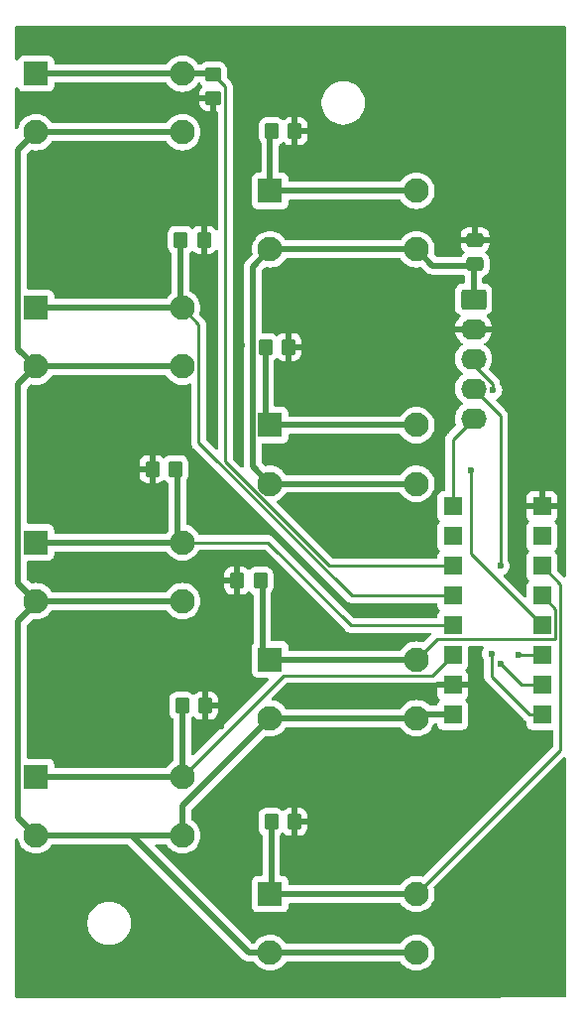
<source format=gbr>
G04 #@! TF.GenerationSoftware,KiCad,Pcbnew,8.0.8*
G04 #@! TF.CreationDate,2025-03-03T22:19:49-06:00*
G04 #@! TF.ProjectId,group13_buttons,67726f75-7031-4335-9f62-7574746f6e73,rev?*
G04 #@! TF.SameCoordinates,Original*
G04 #@! TF.FileFunction,Copper,L1,Top*
G04 #@! TF.FilePolarity,Positive*
%FSLAX46Y46*%
G04 Gerber Fmt 4.6, Leading zero omitted, Abs format (unit mm)*
G04 Created by KiCad (PCBNEW 8.0.8) date 2025-03-03 22:19:49*
%MOMM*%
%LPD*%
G01*
G04 APERTURE LIST*
G04 Aperture macros list*
%AMRoundRect*
0 Rectangle with rounded corners*
0 $1 Rounding radius*
0 $2 $3 $4 $5 $6 $7 $8 $9 X,Y pos of 4 corners*
0 Add a 4 corners polygon primitive as box body*
4,1,4,$2,$3,$4,$5,$6,$7,$8,$9,$2,$3,0*
0 Add four circle primitives for the rounded corners*
1,1,$1+$1,$2,$3*
1,1,$1+$1,$4,$5*
1,1,$1+$1,$6,$7*
1,1,$1+$1,$8,$9*
0 Add four rect primitives between the rounded corners*
20,1,$1+$1,$2,$3,$4,$5,0*
20,1,$1+$1,$4,$5,$6,$7,0*
20,1,$1+$1,$6,$7,$8,$9,0*
20,1,$1+$1,$8,$9,$2,$3,0*%
G04 Aperture macros list end*
G04 #@! TA.AperFunction,ComponentPad*
%ADD10C,2.100000*%
G04 #@! TD*
G04 #@! TA.AperFunction,ComponentPad*
%ADD11R,2.100000X2.100000*%
G04 #@! TD*
G04 #@! TA.AperFunction,SMDPad,CuDef*
%ADD12RoundRect,0.250000X-0.350000X-0.450000X0.350000X-0.450000X0.350000X0.450000X-0.350000X0.450000X0*%
G04 #@! TD*
G04 #@! TA.AperFunction,SMDPad,CuDef*
%ADD13RoundRect,0.250000X0.350000X0.450000X-0.350000X0.450000X-0.350000X-0.450000X0.350000X-0.450000X0*%
G04 #@! TD*
G04 #@! TA.AperFunction,SMDPad,CuDef*
%ADD14RoundRect,0.250000X-0.450000X0.350000X-0.450000X-0.350000X0.450000X-0.350000X0.450000X0.350000X0*%
G04 #@! TD*
G04 #@! TA.AperFunction,ComponentPad*
%ADD15O,2.190000X1.740000*%
G04 #@! TD*
G04 #@! TA.AperFunction,ComponentPad*
%ADD16RoundRect,0.250000X-0.845000X0.620000X-0.845000X-0.620000X0.845000X-0.620000X0.845000X0.620000X0*%
G04 #@! TD*
G04 #@! TA.AperFunction,SMDPad,CuDef*
%ADD17RoundRect,0.250000X0.475000X-0.337500X0.475000X0.337500X-0.475000X0.337500X-0.475000X-0.337500X0*%
G04 #@! TD*
G04 #@! TA.AperFunction,SMDPad,CuDef*
%ADD18R,1.600000X1.600000*%
G04 #@! TD*
G04 #@! TA.AperFunction,ViaPad*
%ADD19C,0.600000*%
G04 #@! TD*
G04 #@! TA.AperFunction,Conductor*
%ADD20C,0.508000*%
G04 #@! TD*
G04 #@! TA.AperFunction,Conductor*
%ADD21C,0.254000*%
G04 #@! TD*
G04 APERTURE END LIST*
D10*
X173851000Y-192809000D03*
X161351000Y-192809000D03*
X173851000Y-187809000D03*
D11*
X161351000Y-187809000D03*
X161351000Y-167809000D03*
D10*
X173851000Y-167809000D03*
X161351000Y-172809000D03*
X173851000Y-172809000D03*
D11*
X161351000Y-147809000D03*
D10*
X173851000Y-147809000D03*
X161351000Y-152809000D03*
X173851000Y-152809000D03*
D11*
X161351000Y-127809000D03*
D10*
X173851000Y-127809000D03*
X161351000Y-132809000D03*
X173851000Y-132809000D03*
X153851000Y-182809000D03*
X141351000Y-182809000D03*
X153851000Y-177809000D03*
D11*
X141351000Y-177809000D03*
X141351000Y-157809000D03*
D10*
X153851000Y-157809000D03*
X141351000Y-162809000D03*
X153851000Y-162809000D03*
D11*
X141351000Y-137809000D03*
D10*
X153851000Y-137809000D03*
X141351000Y-142809000D03*
X153851000Y-142809000D03*
D11*
X141351000Y-117809000D03*
D10*
X153851000Y-117809000D03*
X141351000Y-122809000D03*
X153851000Y-122809000D03*
D12*
X163444000Y-181650000D03*
X161444000Y-181650000D03*
D13*
X158523000Y-161076000D03*
X160523000Y-161076000D03*
D12*
X162936000Y-141137000D03*
X160936000Y-141137000D03*
X163460000Y-122722000D03*
X161460000Y-122722000D03*
X155824000Y-171744000D03*
X153824000Y-171744000D03*
D13*
X151284000Y-151551000D03*
X153284000Y-151551000D03*
D12*
X155697000Y-131993000D03*
X153697000Y-131993000D03*
D14*
X156491000Y-119896000D03*
X156491000Y-117896000D03*
D15*
X178716000Y-147233000D03*
X178716000Y-144693000D03*
X178716000Y-142153000D03*
X178716000Y-139613000D03*
D16*
X178716000Y-137073000D03*
D17*
X178843000Y-131993000D03*
X178843000Y-134068000D03*
D18*
X184558000Y-172506000D03*
X184558000Y-169966000D03*
X184558000Y-167426000D03*
X184558000Y-164886000D03*
X184558000Y-162346000D03*
X184558000Y-159806000D03*
X184558000Y-157266000D03*
X184558000Y-154726000D03*
X176938000Y-154726000D03*
X176938000Y-157266000D03*
X176938000Y-159806000D03*
X176938000Y-162346000D03*
X176938000Y-164886000D03*
X176938000Y-167426000D03*
X176938000Y-169966000D03*
X176938000Y-172506000D03*
D19*
X143156000Y-176189000D03*
X163476000Y-170220000D03*
X158777000Y-170855000D03*
X161063000Y-159044000D03*
X180367000Y-144820000D03*
X180240000Y-167299000D03*
X181002000Y-159806000D03*
X181002000Y-168188000D03*
X182526000Y-167426000D03*
X178462000Y-151678000D03*
X156491000Y-153837000D03*
X158904000Y-141010000D03*
X157126000Y-173522000D03*
X156110000Y-121706000D03*
X165000000Y-121960000D03*
X158904000Y-120817000D03*
D20*
X149522000Y-182809000D02*
X159522000Y-192809000D01*
X159522000Y-192809000D02*
X161351000Y-192809000D01*
X141351000Y-182809000D02*
X149522000Y-182809000D01*
X174154000Y-172506000D02*
X173851000Y-172809000D01*
X176938000Y-172506000D02*
X174154000Y-172506000D01*
X175237000Y-134195000D02*
X173851000Y-132809000D01*
X178716000Y-134195000D02*
X175237000Y-134195000D01*
X178843000Y-134068000D02*
X178716000Y-134195000D01*
X178716000Y-137073000D02*
X178716000Y-134195000D01*
D21*
X180367000Y-144312000D02*
X178716000Y-142661000D01*
X180367000Y-144820000D02*
X180367000Y-144312000D01*
X183504000Y-172506000D02*
X180240000Y-169242000D01*
X180240000Y-169242000D02*
X180240000Y-167299000D01*
X178716000Y-142661000D02*
X178716000Y-142153000D01*
X184558000Y-172506000D02*
X183504000Y-172506000D01*
X181002000Y-146979000D02*
X178716000Y-144693000D01*
X181002000Y-159806000D02*
X181002000Y-146979000D01*
X182780000Y-169966000D02*
X181002000Y-168188000D01*
X184558000Y-169966000D02*
X182780000Y-169966000D01*
X184558000Y-167426000D02*
X182526000Y-167426000D01*
X175647000Y-166013000D02*
X173851000Y-167809000D01*
X185685000Y-166013000D02*
X175647000Y-166013000D01*
X185685000Y-163473000D02*
X185685000Y-166013000D01*
X184558000Y-162346000D02*
X185685000Y-163473000D01*
X178462000Y-158790000D02*
X178462000Y-151678000D01*
X184558000Y-164886000D02*
X178462000Y-158790000D01*
X161164928Y-157809000D02*
X153851000Y-157809000D01*
X168241928Y-164886000D02*
X161164928Y-157809000D01*
X176938000Y-164886000D02*
X168241928Y-164886000D01*
X162474000Y-169186000D02*
X153851000Y-177809000D01*
X175178000Y-169186000D02*
X162474000Y-169186000D01*
X176938000Y-167426000D02*
X175178000Y-169186000D01*
X155228000Y-139186000D02*
X153851000Y-137809000D01*
X155228000Y-149275425D02*
X155228000Y-139186000D01*
X168298575Y-162346000D02*
X155228000Y-149275425D01*
X176938000Y-162346000D02*
X168298575Y-162346000D01*
X157518000Y-150923373D02*
X157518000Y-118923000D01*
X157518000Y-118923000D02*
X156491000Y-117896000D01*
X176938000Y-159806000D02*
X166400627Y-159806000D01*
X166400627Y-159806000D02*
X157518000Y-150923373D01*
X176938000Y-149011000D02*
X178716000Y-147233000D01*
X176938000Y-154726000D02*
X176938000Y-149011000D01*
D20*
X159847000Y-134313000D02*
X161351000Y-132809000D01*
X159847000Y-151305000D02*
X159847000Y-134313000D01*
X161351000Y-152809000D02*
X159847000Y-151305000D01*
X161351000Y-192809000D02*
X173851000Y-192809000D01*
X141351000Y-162809000D02*
X153851000Y-162809000D01*
X161351000Y-152809000D02*
X173851000Y-152809000D01*
X141351000Y-142809000D02*
X153851000Y-142809000D01*
X141351000Y-122809000D02*
X153851000Y-122809000D01*
X141351000Y-182809000D02*
X153851000Y-182809000D01*
X153851000Y-182809000D02*
X153851000Y-180309000D01*
X153851000Y-180309000D02*
X161351000Y-172809000D01*
X161351000Y-172809000D02*
X173851000Y-172809000D01*
X139847000Y-181305000D02*
X141351000Y-182809000D01*
X139847000Y-164512000D02*
X139847000Y-181305000D01*
X141351000Y-163008000D02*
X139847000Y-164512000D01*
X141351000Y-162809000D02*
X141351000Y-163008000D01*
X139847000Y-161305000D02*
X141351000Y-162809000D01*
X139847000Y-144313000D02*
X139847000Y-161305000D01*
X141351000Y-142809000D02*
X139847000Y-144313000D01*
X139847000Y-141305000D02*
X141351000Y-142809000D01*
X139847000Y-124313000D02*
X139847000Y-141305000D01*
X141351000Y-122809000D02*
X139847000Y-124313000D01*
X161351000Y-132809000D02*
X173851000Y-132809000D01*
X173851000Y-187809000D02*
X161351000Y-187809000D01*
X161444000Y-187716000D02*
X161351000Y-187809000D01*
X161444000Y-181650000D02*
X161444000Y-187716000D01*
X161351000Y-167809000D02*
X173851000Y-167809000D01*
X160682000Y-167140000D02*
X161351000Y-167809000D01*
X160682000Y-160949000D02*
X160682000Y-167140000D01*
X173851000Y-147809000D02*
X161351000Y-147809000D01*
X160936000Y-147394000D02*
X161351000Y-147809000D01*
X160936000Y-141137000D02*
X160936000Y-147394000D01*
X153443000Y-157401000D02*
X153851000Y-157809000D01*
X153443000Y-151424000D02*
X153443000Y-157401000D01*
X161351000Y-122831000D02*
X161460000Y-122722000D01*
X161351000Y-127809000D02*
X161351000Y-122831000D01*
X173851000Y-127809000D02*
X161351000Y-127809000D01*
X153851000Y-157809000D02*
X141351000Y-157809000D01*
X153851000Y-177809000D02*
X141351000Y-177809000D01*
X153851000Y-171771000D02*
X153824000Y-171744000D01*
X153851000Y-177809000D02*
X153851000Y-171771000D01*
X141351000Y-117809000D02*
X153851000Y-117809000D01*
X141351000Y-137809000D02*
X153851000Y-137809000D01*
X153697000Y-137655000D02*
X153851000Y-137809000D01*
X153697000Y-131993000D02*
X153697000Y-137655000D01*
X153851000Y-117809000D02*
X156658000Y-117809000D01*
D21*
X184558000Y-159806000D02*
X186139000Y-161387000D01*
X186139000Y-161387000D02*
X186139000Y-175521000D01*
X186139000Y-175521000D02*
X173851000Y-187809000D01*
G04 #@! TA.AperFunction,Conductor*
G36*
X179551033Y-166660185D02*
G01*
X179596788Y-166712989D01*
X179606732Y-166782147D01*
X179588987Y-166830473D01*
X179514211Y-166949475D01*
X179454631Y-167119745D01*
X179454630Y-167119750D01*
X179434435Y-167298996D01*
X179434435Y-167299003D01*
X179454630Y-167478249D01*
X179454631Y-167478254D01*
X179514211Y-167648524D01*
X179593493Y-167774698D01*
X179612500Y-167840671D01*
X179612500Y-169303807D01*
X179636612Y-169425028D01*
X179636613Y-169425032D01*
X179636614Y-169425035D01*
X179660721Y-169483232D01*
X179683914Y-169539227D01*
X179683921Y-169539239D01*
X179701791Y-169565984D01*
X179701793Y-169565987D01*
X179701797Y-169565992D01*
X179739806Y-169622876D01*
X179752590Y-169642010D01*
X179752591Y-169642011D01*
X183016589Y-172906008D01*
X183070039Y-172959458D01*
X183103994Y-172993413D01*
X183103996Y-172993414D01*
X183202390Y-173059159D01*
X183247196Y-173112771D01*
X183257500Y-173162260D01*
X183257500Y-173353869D01*
X183257501Y-173353876D01*
X183263908Y-173413483D01*
X183314202Y-173548328D01*
X183314206Y-173548335D01*
X183400452Y-173663544D01*
X183400455Y-173663547D01*
X183515664Y-173749793D01*
X183515671Y-173749797D01*
X183650517Y-173800091D01*
X183650516Y-173800091D01*
X183657444Y-173800835D01*
X183710127Y-173806500D01*
X185387500Y-173806499D01*
X185454539Y-173826184D01*
X185500294Y-173878987D01*
X185511500Y-173930499D01*
X185511500Y-175209718D01*
X185491815Y-175276757D01*
X185475181Y-175297399D01*
X174468787Y-186303792D01*
X174407464Y-186337277D01*
X174337772Y-186332293D01*
X174333665Y-186330677D01*
X174331624Y-186329831D01*
X174331621Y-186329830D01*
X174223166Y-186303792D01*
X174094302Y-186272854D01*
X174094300Y-186272853D01*
X174094297Y-186272853D01*
X173851000Y-186253706D01*
X173607702Y-186272853D01*
X173607698Y-186272854D01*
X173431301Y-186315204D01*
X173370380Y-186329830D01*
X173144910Y-186423222D01*
X172936826Y-186550737D01*
X172936823Y-186550738D01*
X172751241Y-186709241D01*
X172592738Y-186894823D01*
X172592737Y-186894825D01*
X172531173Y-186995290D01*
X172479362Y-187042165D01*
X172425446Y-187054500D01*
X163025499Y-187054500D01*
X162958460Y-187034815D01*
X162912705Y-186982011D01*
X162901499Y-186930500D01*
X162901499Y-186711129D01*
X162901498Y-186711123D01*
X162901497Y-186711116D01*
X162895091Y-186651517D01*
X162844796Y-186516669D01*
X162844795Y-186516668D01*
X162844793Y-186516664D01*
X162758547Y-186401455D01*
X162758544Y-186401452D01*
X162643335Y-186315206D01*
X162643328Y-186315202D01*
X162508482Y-186264908D01*
X162508483Y-186264908D01*
X162448883Y-186258501D01*
X162448881Y-186258500D01*
X162448873Y-186258500D01*
X162448865Y-186258500D01*
X162322500Y-186258500D01*
X162255461Y-186238815D01*
X162209706Y-186186011D01*
X162198500Y-186134500D01*
X162198500Y-182801490D01*
X162218185Y-182734451D01*
X162257408Y-182695948D01*
X162262656Y-182692712D01*
X162356675Y-182598692D01*
X162417994Y-182565210D01*
X162487686Y-182570194D01*
X162532034Y-182598695D01*
X162625654Y-182692315D01*
X162774875Y-182784356D01*
X162774880Y-182784358D01*
X162941302Y-182839505D01*
X162941309Y-182839506D01*
X163044019Y-182849999D01*
X163193999Y-182849999D01*
X163694000Y-182849999D01*
X163843972Y-182849999D01*
X163843986Y-182849998D01*
X163946697Y-182839505D01*
X164113119Y-182784358D01*
X164113124Y-182784356D01*
X164262345Y-182692315D01*
X164386315Y-182568345D01*
X164478356Y-182419124D01*
X164478358Y-182419119D01*
X164533505Y-182252697D01*
X164533506Y-182252690D01*
X164543999Y-182149986D01*
X164544000Y-182149973D01*
X164544000Y-181900000D01*
X163694000Y-181900000D01*
X163694000Y-182849999D01*
X163193999Y-182849999D01*
X163194000Y-182849998D01*
X163194000Y-181400000D01*
X163694000Y-181400000D01*
X164543999Y-181400000D01*
X164543999Y-181150028D01*
X164543998Y-181150013D01*
X164533505Y-181047302D01*
X164478358Y-180880880D01*
X164478356Y-180880875D01*
X164386315Y-180731654D01*
X164262345Y-180607684D01*
X164113124Y-180515643D01*
X164113119Y-180515641D01*
X163946697Y-180460494D01*
X163946690Y-180460493D01*
X163843986Y-180450000D01*
X163694000Y-180450000D01*
X163694000Y-181400000D01*
X163194000Y-181400000D01*
X163194000Y-180450000D01*
X163044027Y-180450000D01*
X163044012Y-180450001D01*
X162941302Y-180460494D01*
X162774880Y-180515641D01*
X162774875Y-180515643D01*
X162625657Y-180607682D01*
X162532034Y-180701305D01*
X162470710Y-180734789D01*
X162401019Y-180729805D01*
X162356672Y-180701304D01*
X162262657Y-180607289D01*
X162262656Y-180607288D01*
X162113334Y-180515186D01*
X161946797Y-180460001D01*
X161946795Y-180460000D01*
X161844010Y-180449500D01*
X161043998Y-180449500D01*
X161043980Y-180449501D01*
X160941203Y-180460000D01*
X160941200Y-180460001D01*
X160774668Y-180515185D01*
X160774663Y-180515187D01*
X160625342Y-180607289D01*
X160501289Y-180731342D01*
X160409187Y-180880663D01*
X160409185Y-180880668D01*
X160409115Y-180880880D01*
X160354001Y-181047203D01*
X160354001Y-181047204D01*
X160354000Y-181047204D01*
X160343500Y-181149983D01*
X160343500Y-182150001D01*
X160343501Y-182150019D01*
X160354000Y-182252796D01*
X160354001Y-182252799D01*
X160379049Y-182328388D01*
X160409186Y-182419334D01*
X160501288Y-182568656D01*
X160625344Y-182692712D01*
X160630591Y-182695948D01*
X160677318Y-182747892D01*
X160689500Y-182801490D01*
X160689500Y-186134500D01*
X160669815Y-186201539D01*
X160617011Y-186247294D01*
X160565500Y-186258500D01*
X160253130Y-186258500D01*
X160253123Y-186258501D01*
X160193516Y-186264908D01*
X160058671Y-186315202D01*
X160058664Y-186315206D01*
X159943455Y-186401452D01*
X159943452Y-186401455D01*
X159857206Y-186516664D01*
X159857202Y-186516671D01*
X159806908Y-186651517D01*
X159800703Y-186709241D01*
X159800501Y-186711123D01*
X159800500Y-186711135D01*
X159800500Y-188906870D01*
X159800501Y-188906876D01*
X159806908Y-188966483D01*
X159857202Y-189101328D01*
X159857206Y-189101335D01*
X159943452Y-189216544D01*
X159943455Y-189216547D01*
X160058664Y-189302793D01*
X160058671Y-189302797D01*
X160193517Y-189353091D01*
X160193516Y-189353091D01*
X160200444Y-189353835D01*
X160253127Y-189359500D01*
X162448872Y-189359499D01*
X162508483Y-189353091D01*
X162643331Y-189302796D01*
X162758546Y-189216546D01*
X162844796Y-189101331D01*
X162895091Y-188966483D01*
X162901500Y-188906873D01*
X162901500Y-188687500D01*
X162921185Y-188620461D01*
X162973989Y-188574706D01*
X163025500Y-188563500D01*
X172425446Y-188563500D01*
X172492485Y-188583185D01*
X172531173Y-188622710D01*
X172592737Y-188723174D01*
X172592738Y-188723176D01*
X172592741Y-188723179D01*
X172751241Y-188908759D01*
X172894897Y-189031453D01*
X172936823Y-189067261D01*
X172936826Y-189067262D01*
X173144910Y-189194777D01*
X173370381Y-189288169D01*
X173370378Y-189288169D01*
X173370384Y-189288170D01*
X173370388Y-189288172D01*
X173607698Y-189345146D01*
X173851000Y-189364294D01*
X174094302Y-189345146D01*
X174331612Y-189288172D01*
X174557089Y-189194777D01*
X174765179Y-189067259D01*
X174950759Y-188908759D01*
X175109259Y-188723179D01*
X175236777Y-188515089D01*
X175330172Y-188289612D01*
X175387146Y-188052302D01*
X175406294Y-187809000D01*
X175387146Y-187565698D01*
X175330172Y-187328388D01*
X175329329Y-187326354D01*
X175329239Y-187325520D01*
X175328666Y-187323754D01*
X175329036Y-187323633D01*
X175321854Y-187256889D01*
X175353122Y-187194407D01*
X175356177Y-187191240D01*
X186379821Y-176167597D01*
X186441142Y-176134114D01*
X186510834Y-176139098D01*
X186566767Y-176180970D01*
X186591184Y-176246434D01*
X186591500Y-176255280D01*
X186591500Y-196514005D01*
X186571815Y-196581044D01*
X186519011Y-196626799D01*
X186468161Y-196638003D01*
X175500625Y-196696498D01*
X175499964Y-196696500D01*
X139716500Y-196696500D01*
X139649461Y-196676815D01*
X139603706Y-196624011D01*
X139592500Y-196572500D01*
X139592500Y-190187711D01*
X145750500Y-190187711D01*
X145750500Y-190430288D01*
X145782161Y-190670785D01*
X145844947Y-190905104D01*
X145937773Y-191129205D01*
X145937776Y-191129212D01*
X146059064Y-191339289D01*
X146059066Y-191339292D01*
X146059067Y-191339293D01*
X146206733Y-191531736D01*
X146206739Y-191531743D01*
X146378256Y-191703260D01*
X146378262Y-191703265D01*
X146570711Y-191850936D01*
X146780788Y-191972224D01*
X147004900Y-192065054D01*
X147239211Y-192127838D01*
X147419586Y-192151584D01*
X147479711Y-192159500D01*
X147479712Y-192159500D01*
X147722289Y-192159500D01*
X147770388Y-192153167D01*
X147962789Y-192127838D01*
X148197100Y-192065054D01*
X148421212Y-191972224D01*
X148631289Y-191850936D01*
X148823738Y-191703265D01*
X148995265Y-191531738D01*
X149142936Y-191339289D01*
X149264224Y-191129212D01*
X149357054Y-190905100D01*
X149419838Y-190670789D01*
X149451500Y-190430288D01*
X149451500Y-190187712D01*
X149419838Y-189947211D01*
X149357054Y-189712900D01*
X149264224Y-189488788D01*
X149142936Y-189278711D01*
X148995265Y-189086262D01*
X148995260Y-189086256D01*
X148823743Y-188914739D01*
X148823736Y-188914733D01*
X148631293Y-188767067D01*
X148631292Y-188767066D01*
X148631289Y-188767064D01*
X148421212Y-188645776D01*
X148365526Y-188622710D01*
X148197104Y-188552947D01*
X147962785Y-188490161D01*
X147722289Y-188458500D01*
X147722288Y-188458500D01*
X147479712Y-188458500D01*
X147479711Y-188458500D01*
X147239214Y-188490161D01*
X147004895Y-188552947D01*
X146780794Y-188645773D01*
X146780785Y-188645777D01*
X146570706Y-188767067D01*
X146378263Y-188914733D01*
X146378256Y-188914739D01*
X146206739Y-189086256D01*
X146206733Y-189086263D01*
X146059067Y-189278706D01*
X145937777Y-189488785D01*
X145937773Y-189488794D01*
X145844947Y-189712895D01*
X145782161Y-189947214D01*
X145750500Y-190187711D01*
X139592500Y-190187711D01*
X139592500Y-183173798D01*
X139612185Y-183106759D01*
X139664989Y-183061004D01*
X139734147Y-183051060D01*
X139797703Y-183080085D01*
X139835477Y-183138863D01*
X139837065Y-183144818D01*
X139871828Y-183289612D01*
X139871830Y-183289619D01*
X139965222Y-183515089D01*
X140092737Y-183723173D01*
X140092738Y-183723176D01*
X140092741Y-183723179D01*
X140251241Y-183908759D01*
X140394897Y-184031453D01*
X140436823Y-184067261D01*
X140436826Y-184067262D01*
X140644910Y-184194777D01*
X140870381Y-184288169D01*
X140870378Y-184288169D01*
X140870384Y-184288170D01*
X140870388Y-184288172D01*
X141107698Y-184345146D01*
X141351000Y-184364294D01*
X141594302Y-184345146D01*
X141831612Y-184288172D01*
X142057089Y-184194777D01*
X142265179Y-184067259D01*
X142450759Y-183908759D01*
X142609259Y-183723179D01*
X142670827Y-183622710D01*
X142722638Y-183575835D01*
X142776554Y-183563500D01*
X149158113Y-183563500D01*
X149225152Y-183583185D01*
X149245794Y-183599819D01*
X158931600Y-193285624D01*
X158931621Y-193285647D01*
X159041030Y-193395056D01*
X159041034Y-193395059D01*
X159105598Y-193438199D01*
X159164611Y-193477630D01*
X159245043Y-193510945D01*
X159245044Y-193510946D01*
X159268603Y-193520704D01*
X159301920Y-193534505D01*
X159301929Y-193534506D01*
X159301930Y-193534507D01*
X159326103Y-193539315D01*
X159326110Y-193539316D01*
X159447686Y-193563501D01*
X159447688Y-193563501D01*
X159602426Y-193563501D01*
X159602446Y-193563500D01*
X159925446Y-193563500D01*
X159992485Y-193583185D01*
X160031173Y-193622710D01*
X160092737Y-193723174D01*
X160092738Y-193723176D01*
X160092741Y-193723179D01*
X160251241Y-193908759D01*
X160394897Y-194031453D01*
X160436823Y-194067261D01*
X160436826Y-194067262D01*
X160644910Y-194194777D01*
X160870381Y-194288169D01*
X160870378Y-194288169D01*
X160870384Y-194288170D01*
X160870388Y-194288172D01*
X161107698Y-194345146D01*
X161351000Y-194364294D01*
X161594302Y-194345146D01*
X161831612Y-194288172D01*
X162057089Y-194194777D01*
X162265179Y-194067259D01*
X162450759Y-193908759D01*
X162609259Y-193723179D01*
X162670827Y-193622710D01*
X162722638Y-193575835D01*
X162776554Y-193563500D01*
X172425446Y-193563500D01*
X172492485Y-193583185D01*
X172531173Y-193622710D01*
X172592737Y-193723174D01*
X172592738Y-193723176D01*
X172592741Y-193723179D01*
X172751241Y-193908759D01*
X172894897Y-194031453D01*
X172936823Y-194067261D01*
X172936826Y-194067262D01*
X173144910Y-194194777D01*
X173370381Y-194288169D01*
X173370378Y-194288169D01*
X173370384Y-194288170D01*
X173370388Y-194288172D01*
X173607698Y-194345146D01*
X173851000Y-194364294D01*
X174094302Y-194345146D01*
X174331612Y-194288172D01*
X174557089Y-194194777D01*
X174765179Y-194067259D01*
X174950759Y-193908759D01*
X175109259Y-193723179D01*
X175236777Y-193515089D01*
X175330172Y-193289612D01*
X175387146Y-193052302D01*
X175406294Y-192809000D01*
X175387146Y-192565698D01*
X175330172Y-192328388D01*
X175236777Y-192102911D01*
X175236777Y-192102910D01*
X175109262Y-191894826D01*
X175109261Y-191894823D01*
X175071774Y-191850932D01*
X174950759Y-191709241D01*
X174828063Y-191604449D01*
X174765176Y-191550738D01*
X174765173Y-191550737D01*
X174557089Y-191423222D01*
X174331618Y-191329830D01*
X174331621Y-191329830D01*
X174225992Y-191304470D01*
X174094302Y-191272854D01*
X174094300Y-191272853D01*
X174094297Y-191272853D01*
X173851000Y-191253706D01*
X173607702Y-191272853D01*
X173370380Y-191329830D01*
X173144910Y-191423222D01*
X172936826Y-191550737D01*
X172936823Y-191550738D01*
X172751241Y-191709241D01*
X172592738Y-191894823D01*
X172592737Y-191894825D01*
X172531173Y-191995290D01*
X172479362Y-192042165D01*
X172425446Y-192054500D01*
X162776554Y-192054500D01*
X162709515Y-192034815D01*
X162670827Y-191995290D01*
X162609262Y-191894825D01*
X162609261Y-191894823D01*
X162571774Y-191850932D01*
X162450759Y-191709241D01*
X162328063Y-191604449D01*
X162265176Y-191550738D01*
X162265173Y-191550737D01*
X162057089Y-191423222D01*
X161831618Y-191329830D01*
X161831621Y-191329830D01*
X161725992Y-191304470D01*
X161594302Y-191272854D01*
X161594300Y-191272853D01*
X161594297Y-191272853D01*
X161351000Y-191253706D01*
X161107702Y-191272853D01*
X160870380Y-191329830D01*
X160644910Y-191423222D01*
X160436826Y-191550737D01*
X160436823Y-191550738D01*
X160251241Y-191709241D01*
X160092738Y-191894823D01*
X160092737Y-191894825D01*
X160031173Y-191995290D01*
X159979362Y-192042165D01*
X159925446Y-192054500D01*
X159885886Y-192054500D01*
X159818847Y-192034815D01*
X159798205Y-192018181D01*
X151555206Y-183775181D01*
X151521721Y-183713858D01*
X151526705Y-183644166D01*
X151568577Y-183588233D01*
X151634041Y-183563816D01*
X151642887Y-183563500D01*
X152425446Y-183563500D01*
X152492485Y-183583185D01*
X152531173Y-183622710D01*
X152592737Y-183723174D01*
X152592738Y-183723176D01*
X152592741Y-183723179D01*
X152751241Y-183908759D01*
X152894897Y-184031453D01*
X152936823Y-184067261D01*
X152936826Y-184067262D01*
X153144910Y-184194777D01*
X153370381Y-184288169D01*
X153370378Y-184288169D01*
X153370384Y-184288170D01*
X153370388Y-184288172D01*
X153607698Y-184345146D01*
X153851000Y-184364294D01*
X154094302Y-184345146D01*
X154331612Y-184288172D01*
X154557089Y-184194777D01*
X154765179Y-184067259D01*
X154950759Y-183908759D01*
X155109259Y-183723179D01*
X155236777Y-183515089D01*
X155330172Y-183289612D01*
X155387146Y-183052302D01*
X155406294Y-182809000D01*
X155387146Y-182565698D01*
X155330172Y-182328388D01*
X155330169Y-182328380D01*
X155236777Y-182102910D01*
X155109262Y-181894826D01*
X155109261Y-181894823D01*
X155073453Y-181852897D01*
X154950759Y-181709241D01*
X154765179Y-181550741D01*
X154735494Y-181532550D01*
X154664709Y-181489172D01*
X154617834Y-181437360D01*
X154605500Y-181383445D01*
X154605500Y-180672885D01*
X154625185Y-180605846D01*
X154641814Y-180585209D01*
X160876494Y-174350528D01*
X160937815Y-174317045D01*
X160993118Y-174317636D01*
X161107698Y-174345146D01*
X161351000Y-174364294D01*
X161594302Y-174345146D01*
X161831612Y-174288172D01*
X162057089Y-174194777D01*
X162265179Y-174067259D01*
X162450759Y-173908759D01*
X162609259Y-173723179D01*
X162670827Y-173622710D01*
X162722638Y-173575835D01*
X162776554Y-173563500D01*
X172425446Y-173563500D01*
X172492485Y-173583185D01*
X172531173Y-173622710D01*
X172592737Y-173723174D01*
X172592738Y-173723176D01*
X172646449Y-173786063D01*
X172751241Y-173908759D01*
X172894897Y-174031453D01*
X172936823Y-174067261D01*
X172936826Y-174067262D01*
X173144910Y-174194777D01*
X173370381Y-174288169D01*
X173370378Y-174288169D01*
X173370384Y-174288170D01*
X173370388Y-174288172D01*
X173607698Y-174345146D01*
X173851000Y-174364294D01*
X174094302Y-174345146D01*
X174331612Y-174288172D01*
X174557089Y-174194777D01*
X174765179Y-174067259D01*
X174950759Y-173908759D01*
X175109259Y-173723179D01*
X175236777Y-173515089D01*
X175236779Y-173515085D01*
X175310524Y-173337048D01*
X175354365Y-173282644D01*
X175420659Y-173260579D01*
X175425085Y-173260500D01*
X175516079Y-173260500D01*
X175583118Y-173280185D01*
X175628873Y-173332989D01*
X175639369Y-173371248D01*
X175643908Y-173413483D01*
X175694202Y-173548328D01*
X175694206Y-173548335D01*
X175780452Y-173663544D01*
X175780455Y-173663547D01*
X175895664Y-173749793D01*
X175895671Y-173749797D01*
X176030517Y-173800091D01*
X176030516Y-173800091D01*
X176037444Y-173800835D01*
X176090127Y-173806500D01*
X177785872Y-173806499D01*
X177845483Y-173800091D01*
X177980331Y-173749796D01*
X178095546Y-173663546D01*
X178181796Y-173548331D01*
X178232091Y-173413483D01*
X178238500Y-173353873D01*
X178238499Y-171658128D01*
X178232091Y-171598517D01*
X178214270Y-171550737D01*
X178181797Y-171463671D01*
X178181793Y-171463664D01*
X178095547Y-171348455D01*
X178077511Y-171334953D01*
X178035640Y-171279019D01*
X178030657Y-171209327D01*
X178064143Y-171148004D01*
X178077515Y-171136418D01*
X178095191Y-171123186D01*
X178181350Y-171008093D01*
X178181354Y-171008086D01*
X178231596Y-170873379D01*
X178231598Y-170873372D01*
X178237999Y-170813844D01*
X178238000Y-170813827D01*
X178238000Y-170216000D01*
X175638000Y-170216000D01*
X175638000Y-170813844D01*
X175644401Y-170873372D01*
X175644403Y-170873379D01*
X175694645Y-171008086D01*
X175694649Y-171008093D01*
X175780808Y-171123185D01*
X175798486Y-171136419D01*
X175840357Y-171192352D01*
X175845342Y-171262044D01*
X175811858Y-171323367D01*
X175798490Y-171334951D01*
X175780455Y-171348452D01*
X175780452Y-171348455D01*
X175694206Y-171463664D01*
X175694202Y-171463671D01*
X175661729Y-171550738D01*
X175643909Y-171598517D01*
X175639367Y-171640757D01*
X175612631Y-171705306D01*
X175555239Y-171745154D01*
X175516079Y-171751500D01*
X175044017Y-171751500D01*
X174976978Y-171731815D01*
X174954608Y-171712293D01*
X174954210Y-171712692D01*
X174950764Y-171709247D01*
X174950759Y-171709241D01*
X174821113Y-171598513D01*
X174765176Y-171550738D01*
X174765173Y-171550737D01*
X174557089Y-171423222D01*
X174331618Y-171329830D01*
X174331621Y-171329830D01*
X174225992Y-171304470D01*
X174094302Y-171272854D01*
X174094300Y-171272853D01*
X174094297Y-171272853D01*
X173851000Y-171253706D01*
X173607702Y-171272853D01*
X173607698Y-171272854D01*
X173395984Y-171323683D01*
X173370380Y-171329830D01*
X173144910Y-171423222D01*
X172936826Y-171550737D01*
X172936823Y-171550738D01*
X172751241Y-171709241D01*
X172592738Y-171894823D01*
X172592737Y-171894825D01*
X172531173Y-171995290D01*
X172479362Y-172042165D01*
X172425446Y-172054500D01*
X162776554Y-172054500D01*
X162709515Y-172034815D01*
X162670827Y-171995290D01*
X162609262Y-171894825D01*
X162609261Y-171894823D01*
X162573453Y-171852897D01*
X162450759Y-171709241D01*
X162321113Y-171598513D01*
X162265176Y-171550738D01*
X162265173Y-171550737D01*
X162057089Y-171423222D01*
X161831618Y-171329830D01*
X161831621Y-171329830D01*
X161725992Y-171304470D01*
X161594302Y-171272854D01*
X161594300Y-171272853D01*
X161594297Y-171272853D01*
X161566038Y-171270629D01*
X161500750Y-171245744D01*
X161459279Y-171189513D01*
X161454793Y-171119787D01*
X161488085Y-171059332D01*
X162697600Y-169849819D01*
X162758923Y-169816334D01*
X162785281Y-169813500D01*
X175239804Y-169813500D01*
X175239805Y-169813499D01*
X175361035Y-169789386D01*
X175441784Y-169755937D01*
X175475233Y-169742083D01*
X175503826Y-169722977D01*
X175570502Y-169702099D01*
X175621176Y-169716000D01*
X178238000Y-169716000D01*
X178238000Y-169118172D01*
X178237999Y-169118155D01*
X178231598Y-169058627D01*
X178231596Y-169058620D01*
X178181354Y-168923913D01*
X178181350Y-168923906D01*
X178095190Y-168808812D01*
X178095189Y-168808811D01*
X178077513Y-168795579D01*
X178035641Y-168739646D01*
X178030657Y-168669954D01*
X178064142Y-168608631D01*
X178077500Y-168597055D01*
X178095546Y-168583546D01*
X178181796Y-168468331D01*
X178232091Y-168333483D01*
X178238500Y-168273873D01*
X178238499Y-166764499D01*
X178258184Y-166697461D01*
X178310987Y-166651706D01*
X178362499Y-166640500D01*
X179483994Y-166640500D01*
X179551033Y-166660185D01*
G37*
G04 #@! TD.AperFunction*
G04 #@! TA.AperFunction,Conductor*
G36*
X160920686Y-158456185D02*
G01*
X160941328Y-158472819D01*
X167841916Y-165373408D01*
X167841920Y-165373411D01*
X167944688Y-165442079D01*
X167944701Y-165442086D01*
X168058888Y-165489383D01*
X168058893Y-165489385D01*
X168058897Y-165489385D01*
X168058898Y-165489386D01*
X168180121Y-165513500D01*
X168180124Y-165513500D01*
X168180125Y-165513500D01*
X174959718Y-165513500D01*
X175026757Y-165533185D01*
X175072512Y-165585989D01*
X175082456Y-165655147D01*
X175053431Y-165718703D01*
X175047399Y-165725181D01*
X174468787Y-166303792D01*
X174407464Y-166337277D01*
X174337772Y-166332293D01*
X174333665Y-166330677D01*
X174331624Y-166329831D01*
X174331621Y-166329830D01*
X174223166Y-166303792D01*
X174094302Y-166272854D01*
X174094300Y-166272853D01*
X174094297Y-166272853D01*
X173851000Y-166253706D01*
X173607702Y-166272853D01*
X173607698Y-166272854D01*
X173431301Y-166315204D01*
X173370380Y-166329830D01*
X173144910Y-166423222D01*
X172936826Y-166550737D01*
X172936823Y-166550738D01*
X172751241Y-166709241D01*
X172592738Y-166894823D01*
X172592737Y-166894825D01*
X172531173Y-166995290D01*
X172479362Y-167042165D01*
X172425446Y-167054500D01*
X163025499Y-167054500D01*
X162958460Y-167034815D01*
X162912705Y-166982011D01*
X162901499Y-166930500D01*
X162901499Y-166711129D01*
X162901498Y-166711123D01*
X162901497Y-166711116D01*
X162895091Y-166651517D01*
X162891031Y-166640632D01*
X162844797Y-166516671D01*
X162844793Y-166516664D01*
X162758547Y-166401455D01*
X162758544Y-166401452D01*
X162643335Y-166315206D01*
X162643328Y-166315202D01*
X162508482Y-166264908D01*
X162508483Y-166264908D01*
X162448883Y-166258501D01*
X162448881Y-166258500D01*
X162448873Y-166258500D01*
X162448865Y-166258500D01*
X161560500Y-166258500D01*
X161493461Y-166238815D01*
X161447706Y-166186011D01*
X161436500Y-166134500D01*
X161436500Y-162074700D01*
X161456185Y-162007661D01*
X161463237Y-161997785D01*
X161465703Y-161994664D01*
X161465712Y-161994656D01*
X161557814Y-161845334D01*
X161612999Y-161678797D01*
X161623500Y-161576009D01*
X161623499Y-160575992D01*
X161617183Y-160514166D01*
X161612999Y-160473203D01*
X161612998Y-160473200D01*
X161599843Y-160433500D01*
X161557814Y-160306666D01*
X161465712Y-160157344D01*
X161341656Y-160033288D01*
X161192334Y-159941186D01*
X161025797Y-159886001D01*
X161025795Y-159886000D01*
X160923010Y-159875500D01*
X160122998Y-159875500D01*
X160122980Y-159875501D01*
X160020203Y-159886000D01*
X160020200Y-159886001D01*
X159853668Y-159941185D01*
X159853663Y-159941187D01*
X159704345Y-160033287D01*
X159610327Y-160127305D01*
X159549003Y-160160789D01*
X159479312Y-160155805D01*
X159434965Y-160127304D01*
X159341345Y-160033684D01*
X159192124Y-159941643D01*
X159192119Y-159941641D01*
X159025697Y-159886494D01*
X159025690Y-159886493D01*
X158922986Y-159876000D01*
X158773000Y-159876000D01*
X158773000Y-162275999D01*
X158922972Y-162275999D01*
X158922986Y-162275998D01*
X159025697Y-162265505D01*
X159192119Y-162210358D01*
X159192124Y-162210356D01*
X159341342Y-162118317D01*
X159434964Y-162024695D01*
X159496287Y-161991210D01*
X159565979Y-161996194D01*
X159610327Y-162024695D01*
X159704344Y-162118712D01*
X159853666Y-162210814D01*
X159853673Y-162210816D01*
X159855894Y-162211852D01*
X159857168Y-162212973D01*
X159859813Y-162214605D01*
X159859534Y-162215056D01*
X159908338Y-162258019D01*
X159927500Y-162324239D01*
X159927500Y-166381493D01*
X159907815Y-166448532D01*
X159902767Y-166455803D01*
X159857206Y-166516665D01*
X159857202Y-166516671D01*
X159806908Y-166651517D01*
X159800703Y-166709241D01*
X159800501Y-166711123D01*
X159800500Y-166711135D01*
X159800500Y-168906870D01*
X159800501Y-168906876D01*
X159806908Y-168966483D01*
X159857202Y-169101328D01*
X159857206Y-169101335D01*
X159943452Y-169216544D01*
X159943455Y-169216547D01*
X160058664Y-169302793D01*
X160058671Y-169302797D01*
X160193517Y-169353091D01*
X160193516Y-169353091D01*
X160200444Y-169353835D01*
X160253127Y-169359500D01*
X161113718Y-169359499D01*
X161180757Y-169379183D01*
X161226512Y-169431987D01*
X161236456Y-169501146D01*
X161207431Y-169564702D01*
X161201399Y-169571180D01*
X154817181Y-175955399D01*
X154755858Y-175988884D01*
X154686166Y-175983900D01*
X154630233Y-175942028D01*
X154605816Y-175876564D01*
X154605500Y-175867718D01*
X154605500Y-172875230D01*
X154625185Y-172808191D01*
X154641818Y-172787549D01*
X154642653Y-172786713D01*
X154642656Y-172786712D01*
X154736675Y-172692692D01*
X154797994Y-172659210D01*
X154867686Y-172664194D01*
X154912034Y-172692695D01*
X155005654Y-172786315D01*
X155154875Y-172878356D01*
X155154880Y-172878358D01*
X155321302Y-172933505D01*
X155321309Y-172933506D01*
X155424019Y-172943999D01*
X155573999Y-172943999D01*
X156074000Y-172943999D01*
X156223972Y-172943999D01*
X156223986Y-172943998D01*
X156326697Y-172933505D01*
X156493119Y-172878358D01*
X156493124Y-172878356D01*
X156642345Y-172786315D01*
X156766315Y-172662345D01*
X156858356Y-172513124D01*
X156858358Y-172513119D01*
X156913505Y-172346697D01*
X156913506Y-172346690D01*
X156923999Y-172243986D01*
X156924000Y-172243973D01*
X156924000Y-171994000D01*
X156074000Y-171994000D01*
X156074000Y-172943999D01*
X155573999Y-172943999D01*
X155574000Y-172943998D01*
X155574000Y-171494000D01*
X156074000Y-171494000D01*
X156923999Y-171494000D01*
X156923999Y-171244028D01*
X156923998Y-171244013D01*
X156913505Y-171141302D01*
X156858358Y-170974880D01*
X156858356Y-170974875D01*
X156766315Y-170825654D01*
X156642345Y-170701684D01*
X156493124Y-170609643D01*
X156493119Y-170609641D01*
X156326697Y-170554494D01*
X156326690Y-170554493D01*
X156223986Y-170544000D01*
X156074000Y-170544000D01*
X156074000Y-171494000D01*
X155574000Y-171494000D01*
X155574000Y-170544000D01*
X155424027Y-170544000D01*
X155424012Y-170544001D01*
X155321302Y-170554494D01*
X155154880Y-170609641D01*
X155154875Y-170609643D01*
X155005657Y-170701682D01*
X154912034Y-170795305D01*
X154850710Y-170828789D01*
X154781019Y-170823805D01*
X154736672Y-170795304D01*
X154642657Y-170701289D01*
X154642656Y-170701288D01*
X154508002Y-170618233D01*
X154493336Y-170609187D01*
X154493331Y-170609185D01*
X154446950Y-170593816D01*
X154326797Y-170554001D01*
X154326795Y-170554000D01*
X154224010Y-170543500D01*
X153423998Y-170543500D01*
X153423980Y-170543501D01*
X153321203Y-170554000D01*
X153321200Y-170554001D01*
X153154668Y-170609185D01*
X153154663Y-170609187D01*
X153005342Y-170701289D01*
X152881289Y-170825342D01*
X152789187Y-170974663D01*
X152789185Y-170974668D01*
X152778029Y-171008335D01*
X152734001Y-171141203D01*
X152734001Y-171141204D01*
X152734000Y-171141204D01*
X152723500Y-171243983D01*
X152723500Y-172244001D01*
X152723501Y-172244019D01*
X152734000Y-172346796D01*
X152734001Y-172346799D01*
X152789115Y-172513119D01*
X152789186Y-172513334D01*
X152881288Y-172662656D01*
X153005344Y-172786712D01*
X153037597Y-172806606D01*
X153084321Y-172858551D01*
X153096500Y-172912143D01*
X153096500Y-176383445D01*
X153076815Y-176450484D01*
X153037291Y-176489172D01*
X152936822Y-176550740D01*
X152751241Y-176709241D01*
X152592738Y-176894823D01*
X152592737Y-176894825D01*
X152531173Y-176995290D01*
X152479362Y-177042165D01*
X152425446Y-177054500D01*
X143025499Y-177054500D01*
X142958460Y-177034815D01*
X142912705Y-176982011D01*
X142901499Y-176930500D01*
X142901499Y-176711129D01*
X142901498Y-176711123D01*
X142895091Y-176651516D01*
X142844797Y-176516671D01*
X142844793Y-176516664D01*
X142758547Y-176401455D01*
X142758544Y-176401452D01*
X142643335Y-176315206D01*
X142643328Y-176315202D01*
X142508482Y-176264908D01*
X142508483Y-176264908D01*
X142448883Y-176258501D01*
X142448881Y-176258500D01*
X142448873Y-176258500D01*
X142448865Y-176258500D01*
X140725500Y-176258500D01*
X140658461Y-176238815D01*
X140612706Y-176186011D01*
X140601500Y-176134500D01*
X140601500Y-164875885D01*
X140621185Y-164808846D01*
X140637815Y-164788208D01*
X141042414Y-164383608D01*
X141103735Y-164350125D01*
X141139813Y-164347673D01*
X141351000Y-164364294D01*
X141594302Y-164345146D01*
X141831612Y-164288172D01*
X142057089Y-164194777D01*
X142265179Y-164067259D01*
X142450759Y-163908759D01*
X142609259Y-163723179D01*
X142627607Y-163693237D01*
X142670827Y-163622710D01*
X142722638Y-163575835D01*
X142776554Y-163563500D01*
X152425446Y-163563500D01*
X152492485Y-163583185D01*
X152531173Y-163622710D01*
X152592737Y-163723174D01*
X152592738Y-163723176D01*
X152592741Y-163723179D01*
X152751241Y-163908759D01*
X152894897Y-164031453D01*
X152936823Y-164067261D01*
X152936826Y-164067262D01*
X153144910Y-164194777D01*
X153370381Y-164288169D01*
X153370378Y-164288169D01*
X153370384Y-164288170D01*
X153370388Y-164288172D01*
X153607698Y-164345146D01*
X153851000Y-164364294D01*
X154094302Y-164345146D01*
X154331612Y-164288172D01*
X154557089Y-164194777D01*
X154765179Y-164067259D01*
X154950759Y-163908759D01*
X155109259Y-163723179D01*
X155236777Y-163515089D01*
X155330172Y-163289612D01*
X155387146Y-163052302D01*
X155406294Y-162809000D01*
X155387146Y-162565698D01*
X155330172Y-162328388D01*
X155330169Y-162328380D01*
X155236777Y-162102910D01*
X155109262Y-161894826D01*
X155109261Y-161894823D01*
X155066810Y-161845119D01*
X154950759Y-161709241D01*
X154816414Y-161594500D01*
X154794737Y-161575986D01*
X157423001Y-161575986D01*
X157433494Y-161678697D01*
X157488641Y-161845119D01*
X157488643Y-161845124D01*
X157580684Y-161994345D01*
X157704654Y-162118315D01*
X157853875Y-162210356D01*
X157853880Y-162210358D01*
X158020302Y-162265505D01*
X158020309Y-162265506D01*
X158123019Y-162275999D01*
X158272999Y-162275999D01*
X158273000Y-162275998D01*
X158273000Y-161326000D01*
X157423001Y-161326000D01*
X157423001Y-161575986D01*
X154794737Y-161575986D01*
X154765176Y-161550738D01*
X154765173Y-161550737D01*
X154557089Y-161423222D01*
X154331618Y-161329830D01*
X154331621Y-161329830D01*
X154194334Y-161296870D01*
X154094302Y-161272854D01*
X154094300Y-161272853D01*
X154094297Y-161272853D01*
X153851000Y-161253706D01*
X153607702Y-161272853D01*
X153370380Y-161329830D01*
X153144910Y-161423222D01*
X152936826Y-161550737D01*
X152936823Y-161550738D01*
X152751241Y-161709241D01*
X152592738Y-161894823D01*
X152592737Y-161894825D01*
X152531173Y-161995290D01*
X152479362Y-162042165D01*
X152425446Y-162054500D01*
X142776554Y-162054500D01*
X142709515Y-162034815D01*
X142670827Y-161995290D01*
X142609262Y-161894825D01*
X142609261Y-161894823D01*
X142566810Y-161845119D01*
X142450759Y-161709241D01*
X142316414Y-161594500D01*
X142265176Y-161550738D01*
X142265173Y-161550737D01*
X142057089Y-161423222D01*
X141831618Y-161329830D01*
X141831621Y-161329830D01*
X141694334Y-161296870D01*
X141594302Y-161272854D01*
X141594300Y-161272853D01*
X141594297Y-161272853D01*
X141351000Y-161253706D01*
X141107700Y-161272853D01*
X140993121Y-161300361D01*
X140923338Y-161296870D01*
X140876493Y-161267468D01*
X140637819Y-161028794D01*
X140604334Y-160967471D01*
X140601500Y-160941113D01*
X140601500Y-160576013D01*
X157423000Y-160576013D01*
X157423000Y-160826000D01*
X158273000Y-160826000D01*
X158273000Y-159876000D01*
X158123027Y-159876000D01*
X158123012Y-159876001D01*
X158020302Y-159886494D01*
X157853880Y-159941641D01*
X157853875Y-159941643D01*
X157704654Y-160033684D01*
X157580684Y-160157654D01*
X157488643Y-160306875D01*
X157488641Y-160306880D01*
X157433494Y-160473302D01*
X157433493Y-160473309D01*
X157423000Y-160576013D01*
X140601500Y-160576013D01*
X140601500Y-159483499D01*
X140621185Y-159416460D01*
X140673989Y-159370705D01*
X140725500Y-159359499D01*
X142448871Y-159359499D01*
X142448872Y-159359499D01*
X142508483Y-159353091D01*
X142643331Y-159302796D01*
X142758546Y-159216546D01*
X142844796Y-159101331D01*
X142895091Y-158966483D01*
X142901500Y-158906873D01*
X142901500Y-158687500D01*
X142921185Y-158620461D01*
X142973989Y-158574706D01*
X143025500Y-158563500D01*
X152425446Y-158563500D01*
X152492485Y-158583185D01*
X152531173Y-158622710D01*
X152592737Y-158723174D01*
X152592738Y-158723176D01*
X152592741Y-158723179D01*
X152751241Y-158908759D01*
X152894897Y-159031453D01*
X152936823Y-159067261D01*
X152936826Y-159067262D01*
X153144910Y-159194777D01*
X153370381Y-159288169D01*
X153370378Y-159288169D01*
X153370384Y-159288170D01*
X153370388Y-159288172D01*
X153607698Y-159345146D01*
X153851000Y-159364294D01*
X154094302Y-159345146D01*
X154331612Y-159288172D01*
X154557089Y-159194777D01*
X154765179Y-159067259D01*
X154950759Y-158908759D01*
X155109259Y-158723179D01*
X155236777Y-158515089D01*
X155237624Y-158513043D01*
X155238153Y-158512387D01*
X155238988Y-158510749D01*
X155239332Y-158510924D01*
X155281467Y-158458642D01*
X155347762Y-158436579D01*
X155352184Y-158436500D01*
X160853647Y-158436500D01*
X160920686Y-158456185D01*
G37*
G04 #@! TD.AperFunction*
G04 #@! TA.AperFunction,Conductor*
G36*
X152492485Y-143583185D02*
G01*
X152531173Y-143622710D01*
X152592737Y-143723174D01*
X152592738Y-143723176D01*
X152592741Y-143723179D01*
X152751241Y-143908759D01*
X152881954Y-144020398D01*
X152936823Y-144067261D01*
X152936826Y-144067262D01*
X153144910Y-144194777D01*
X153370381Y-144288169D01*
X153370378Y-144288169D01*
X153370384Y-144288170D01*
X153370388Y-144288172D01*
X153607698Y-144345146D01*
X153851000Y-144364294D01*
X154094302Y-144345146D01*
X154331612Y-144288172D01*
X154429048Y-144247812D01*
X154498516Y-144240344D01*
X154560995Y-144271619D01*
X154596648Y-144331707D01*
X154600500Y-144362374D01*
X154600500Y-149337232D01*
X154624612Y-149458453D01*
X154624614Y-149458460D01*
X154641162Y-149498410D01*
X154641163Y-149498412D01*
X154671914Y-149572653D01*
X154671915Y-149572655D01*
X154699798Y-149614385D01*
X154699800Y-149614387D01*
X154740587Y-149675431D01*
X154740591Y-149675436D01*
X167898563Y-162833408D01*
X167898567Y-162833411D01*
X168001335Y-162902079D01*
X168001348Y-162902086D01*
X168115535Y-162949383D01*
X168115540Y-162949385D01*
X168115544Y-162949385D01*
X168115545Y-162949386D01*
X168236768Y-162973500D01*
X168236771Y-162973500D01*
X168236772Y-162973500D01*
X175513501Y-162973500D01*
X175580540Y-162993185D01*
X175626295Y-163045989D01*
X175637501Y-163097500D01*
X175637501Y-163193876D01*
X175643908Y-163253483D01*
X175694202Y-163388328D01*
X175694206Y-163388335D01*
X175780452Y-163503544D01*
X175780453Y-163503544D01*
X175780454Y-163503546D01*
X175798070Y-163516733D01*
X175798071Y-163516734D01*
X175839941Y-163572668D01*
X175844925Y-163642360D01*
X175811439Y-163703683D01*
X175798071Y-163715266D01*
X175780452Y-163728455D01*
X175694206Y-163843664D01*
X175694202Y-163843671D01*
X175643908Y-163978517D01*
X175637501Y-164038116D01*
X175637501Y-164038123D01*
X175637500Y-164038135D01*
X175637500Y-164134500D01*
X175617815Y-164201539D01*
X175565011Y-164247294D01*
X175513500Y-164258500D01*
X168553209Y-164258500D01*
X168486170Y-164238815D01*
X168465528Y-164222181D01*
X161564939Y-157321591D01*
X161564935Y-157321588D01*
X161462167Y-157252920D01*
X161462154Y-157252913D01*
X161428713Y-157239062D01*
X161347963Y-157205614D01*
X161347955Y-157205612D01*
X161226735Y-157181500D01*
X161226731Y-157181500D01*
X155352184Y-157181500D01*
X155285145Y-157161815D01*
X155239390Y-157109011D01*
X155237624Y-157104956D01*
X155236777Y-157102912D01*
X155236773Y-157102904D01*
X155109262Y-156894826D01*
X155109261Y-156894823D01*
X155043208Y-156817485D01*
X154950759Y-156709241D01*
X154828063Y-156604449D01*
X154765176Y-156550738D01*
X154765173Y-156550737D01*
X154557089Y-156423222D01*
X154331618Y-156329830D01*
X154331616Y-156329829D01*
X154292549Y-156320449D01*
X154231959Y-156285657D01*
X154199796Y-156223630D01*
X154197500Y-156199876D01*
X154197500Y-152549700D01*
X154217185Y-152482661D01*
X154224237Y-152472785D01*
X154226703Y-152469664D01*
X154226712Y-152469656D01*
X154318814Y-152320334D01*
X154373999Y-152153797D01*
X154384500Y-152051009D01*
X154384499Y-151050992D01*
X154382231Y-151028794D01*
X154373999Y-150948203D01*
X154373998Y-150948200D01*
X154371650Y-150941113D01*
X154318814Y-150781666D01*
X154226712Y-150632344D01*
X154102656Y-150508288D01*
X153953334Y-150416186D01*
X153786797Y-150361001D01*
X153786795Y-150361000D01*
X153684010Y-150350500D01*
X152883998Y-150350500D01*
X152883980Y-150350501D01*
X152781203Y-150361000D01*
X152781200Y-150361001D01*
X152614668Y-150416185D01*
X152614663Y-150416187D01*
X152465345Y-150508287D01*
X152371327Y-150602305D01*
X152310003Y-150635789D01*
X152240312Y-150630805D01*
X152195965Y-150602304D01*
X152102345Y-150508684D01*
X151953124Y-150416643D01*
X151953119Y-150416641D01*
X151786697Y-150361494D01*
X151786690Y-150361493D01*
X151683986Y-150351000D01*
X151534000Y-150351000D01*
X151534000Y-152750999D01*
X151683972Y-152750999D01*
X151683986Y-152750998D01*
X151786697Y-152740505D01*
X151953119Y-152685358D01*
X151953124Y-152685356D01*
X152102342Y-152593317D01*
X152195964Y-152499695D01*
X152257287Y-152466210D01*
X152326979Y-152471194D01*
X152371327Y-152499695D01*
X152465344Y-152593712D01*
X152614666Y-152685814D01*
X152614673Y-152685816D01*
X152616894Y-152686852D01*
X152618168Y-152687973D01*
X152620813Y-152689605D01*
X152620534Y-152690056D01*
X152669338Y-152733019D01*
X152688500Y-152799239D01*
X152688500Y-156736954D01*
X152668815Y-156803993D01*
X152658791Y-156817485D01*
X152592741Y-156894819D01*
X152592739Y-156894823D01*
X152531173Y-156995290D01*
X152479362Y-157042165D01*
X152425446Y-157054500D01*
X143025499Y-157054500D01*
X142958460Y-157034815D01*
X142912705Y-156982011D01*
X142901499Y-156930500D01*
X142901499Y-156711129D01*
X142901498Y-156711123D01*
X142895091Y-156651516D01*
X142844797Y-156516671D01*
X142844793Y-156516664D01*
X142758547Y-156401455D01*
X142758544Y-156401452D01*
X142643335Y-156315206D01*
X142643328Y-156315202D01*
X142508482Y-156264908D01*
X142508483Y-156264908D01*
X142448883Y-156258501D01*
X142448881Y-156258500D01*
X142448873Y-156258500D01*
X142448865Y-156258500D01*
X140725500Y-156258500D01*
X140658461Y-156238815D01*
X140612706Y-156186011D01*
X140601500Y-156134500D01*
X140601500Y-152050986D01*
X150184001Y-152050986D01*
X150194494Y-152153697D01*
X150249641Y-152320119D01*
X150249643Y-152320124D01*
X150341684Y-152469345D01*
X150465654Y-152593315D01*
X150614875Y-152685356D01*
X150614880Y-152685358D01*
X150781302Y-152740505D01*
X150781309Y-152740506D01*
X150884019Y-152750999D01*
X151033999Y-152750999D01*
X151034000Y-152750998D01*
X151034000Y-151801000D01*
X150184001Y-151801000D01*
X150184001Y-152050986D01*
X140601500Y-152050986D01*
X140601500Y-151051013D01*
X150184000Y-151051013D01*
X150184000Y-151301000D01*
X151034000Y-151301000D01*
X151034000Y-150351000D01*
X150884027Y-150351000D01*
X150884012Y-150351001D01*
X150781302Y-150361494D01*
X150614880Y-150416641D01*
X150614875Y-150416643D01*
X150465654Y-150508684D01*
X150341684Y-150632654D01*
X150249643Y-150781875D01*
X150249641Y-150781880D01*
X150194494Y-150948302D01*
X150194493Y-150948309D01*
X150184000Y-151051013D01*
X140601500Y-151051013D01*
X140601500Y-144676885D01*
X140621185Y-144609846D01*
X140637815Y-144589208D01*
X140876494Y-144350528D01*
X140937815Y-144317045D01*
X140993118Y-144317636D01*
X141107698Y-144345146D01*
X141351000Y-144364294D01*
X141594302Y-144345146D01*
X141831612Y-144288172D01*
X142057089Y-144194777D01*
X142265179Y-144067259D01*
X142450759Y-143908759D01*
X142609259Y-143723179D01*
X142670827Y-143622710D01*
X142722638Y-143575835D01*
X142776554Y-143563500D01*
X152425446Y-143563500D01*
X152492485Y-143583185D01*
G37*
G04 #@! TD.AperFunction*
G04 #@! TA.AperFunction,Conductor*
G36*
X186534539Y-113717185D02*
G01*
X186580294Y-113769989D01*
X186591500Y-113821500D01*
X186591500Y-160652719D01*
X186571815Y-160719758D01*
X186519011Y-160765513D01*
X186449853Y-160775457D01*
X186386297Y-160746432D01*
X186379819Y-160740400D01*
X185894818Y-160255399D01*
X185861333Y-160194076D01*
X185858499Y-160167718D01*
X185858499Y-158958129D01*
X185858498Y-158958123D01*
X185858497Y-158958116D01*
X185852091Y-158898517D01*
X185801796Y-158763669D01*
X185801795Y-158763668D01*
X185801793Y-158763664D01*
X185715547Y-158648455D01*
X185715546Y-158648454D01*
X185697930Y-158635267D01*
X185656058Y-158579334D01*
X185651074Y-158509642D01*
X185684558Y-158448319D01*
X185697930Y-158436733D01*
X185698136Y-158436579D01*
X185715546Y-158423546D01*
X185801796Y-158308331D01*
X185852091Y-158173483D01*
X185858500Y-158113873D01*
X185858499Y-156418128D01*
X185852091Y-156358517D01*
X185841391Y-156329830D01*
X185801797Y-156223671D01*
X185801793Y-156223664D01*
X185715547Y-156108455D01*
X185697511Y-156094953D01*
X185655640Y-156039019D01*
X185650657Y-155969327D01*
X185684143Y-155908004D01*
X185697515Y-155896418D01*
X185715191Y-155883186D01*
X185801350Y-155768093D01*
X185801354Y-155768086D01*
X185851596Y-155633379D01*
X185851598Y-155633372D01*
X185857999Y-155573844D01*
X185858000Y-155573827D01*
X185858000Y-154976000D01*
X183258000Y-154976000D01*
X183258000Y-155573844D01*
X183264401Y-155633372D01*
X183264403Y-155633379D01*
X183314645Y-155768086D01*
X183314649Y-155768093D01*
X183400808Y-155883185D01*
X183418486Y-155896419D01*
X183460357Y-155952352D01*
X183465342Y-156022044D01*
X183431858Y-156083367D01*
X183418490Y-156094951D01*
X183400455Y-156108452D01*
X183400452Y-156108455D01*
X183314206Y-156223664D01*
X183314202Y-156223671D01*
X183263908Y-156358517D01*
X183259292Y-156401455D01*
X183257501Y-156418123D01*
X183257500Y-156418135D01*
X183257500Y-158113870D01*
X183257501Y-158113876D01*
X183263908Y-158173483D01*
X183314202Y-158308328D01*
X183314206Y-158308335D01*
X183400452Y-158423544D01*
X183400453Y-158423544D01*
X183400454Y-158423546D01*
X183417758Y-158436500D01*
X183418071Y-158436734D01*
X183459941Y-158492668D01*
X183464925Y-158562360D01*
X183431439Y-158623683D01*
X183418071Y-158635266D01*
X183400452Y-158648455D01*
X183314206Y-158763664D01*
X183314202Y-158763671D01*
X183263908Y-158898517D01*
X183257501Y-158958116D01*
X183257501Y-158958123D01*
X183257500Y-158958135D01*
X183257500Y-160653870D01*
X183257501Y-160653876D01*
X183263908Y-160713483D01*
X183314202Y-160848328D01*
X183314206Y-160848335D01*
X183400452Y-160963544D01*
X183400453Y-160963544D01*
X183400454Y-160963546D01*
X183418070Y-160976733D01*
X183418071Y-160976734D01*
X183459941Y-161032668D01*
X183464925Y-161102360D01*
X183431439Y-161163683D01*
X183418071Y-161175266D01*
X183400452Y-161188455D01*
X183314206Y-161303664D01*
X183314202Y-161303671D01*
X183263908Y-161438517D01*
X183257501Y-161498116D01*
X183257501Y-161498123D01*
X183257500Y-161498135D01*
X183257500Y-162398719D01*
X183237815Y-162465758D01*
X183185011Y-162511513D01*
X183115853Y-162521457D01*
X183052297Y-162492432D01*
X183045819Y-162486400D01*
X181298228Y-160738809D01*
X181264743Y-160677486D01*
X181269727Y-160607794D01*
X181311599Y-160551861D01*
X181344959Y-160534085D01*
X181351522Y-160531789D01*
X181504262Y-160435816D01*
X181631816Y-160308262D01*
X181727789Y-160155522D01*
X181787368Y-159985255D01*
X181792282Y-159941641D01*
X181807565Y-159806003D01*
X181807565Y-159805996D01*
X181787369Y-159626750D01*
X181787368Y-159626745D01*
X181754254Y-159532111D01*
X181727789Y-159456478D01*
X181726180Y-159453918D01*
X181648506Y-159330300D01*
X181629500Y-159264328D01*
X181629500Y-153878155D01*
X183258000Y-153878155D01*
X183258000Y-154476000D01*
X184308000Y-154476000D01*
X184808000Y-154476000D01*
X185858000Y-154476000D01*
X185858000Y-153878172D01*
X185857999Y-153878155D01*
X185851598Y-153818627D01*
X185851596Y-153818620D01*
X185801354Y-153683913D01*
X185801350Y-153683906D01*
X185715190Y-153568812D01*
X185715187Y-153568809D01*
X185600093Y-153482649D01*
X185600086Y-153482645D01*
X185465379Y-153432403D01*
X185465372Y-153432401D01*
X185405844Y-153426000D01*
X184808000Y-153426000D01*
X184808000Y-154476000D01*
X184308000Y-154476000D01*
X184308000Y-153426000D01*
X183710155Y-153426000D01*
X183650627Y-153432401D01*
X183650620Y-153432403D01*
X183515913Y-153482645D01*
X183515906Y-153482649D01*
X183400812Y-153568809D01*
X183400809Y-153568812D01*
X183314649Y-153683906D01*
X183314645Y-153683913D01*
X183264403Y-153818620D01*
X183264401Y-153818627D01*
X183258000Y-153878155D01*
X181629500Y-153878155D01*
X181629500Y-146917194D01*
X181605386Y-146795970D01*
X181605385Y-146795969D01*
X181605385Y-146795965D01*
X181568497Y-146706908D01*
X181558086Y-146681773D01*
X181558079Y-146681760D01*
X181489412Y-146578993D01*
X181461156Y-146550737D01*
X181402008Y-146491589D01*
X180663228Y-145752809D01*
X180629743Y-145691486D01*
X180634727Y-145621794D01*
X180676599Y-145565861D01*
X180709959Y-145548085D01*
X180716522Y-145545789D01*
X180869262Y-145449816D01*
X180996816Y-145322262D01*
X181092789Y-145169522D01*
X181152368Y-144999255D01*
X181172565Y-144820000D01*
X181170409Y-144800866D01*
X181152369Y-144640750D01*
X181152368Y-144640745D01*
X181132911Y-144585139D01*
X181092789Y-144470478D01*
X181030959Y-144372077D01*
X181013506Y-144344300D01*
X180994500Y-144278328D01*
X180994500Y-144250196D01*
X180991744Y-144236342D01*
X180983476Y-144194777D01*
X180970386Y-144128966D01*
X180925407Y-144020379D01*
X180923763Y-144015784D01*
X180854414Y-143911996D01*
X180854413Y-143911994D01*
X180851177Y-143908758D01*
X180767008Y-143824589D01*
X180062037Y-143119618D01*
X180028552Y-143058295D01*
X180033536Y-142988603D01*
X180049401Y-142959051D01*
X180113154Y-142871303D01*
X180113153Y-142871303D01*
X180113157Y-142871299D01*
X180211092Y-142679089D01*
X180277754Y-142473926D01*
X180301103Y-142326505D01*
X180311500Y-142260866D01*
X180311500Y-142045133D01*
X180277754Y-141832077D01*
X180277754Y-141832074D01*
X180211092Y-141626911D01*
X180113157Y-141434701D01*
X179986359Y-141260179D01*
X179833821Y-141107641D01*
X179662279Y-140983008D01*
X179619614Y-140927678D01*
X179613635Y-140858064D01*
X179646241Y-140796269D01*
X179662280Y-140782372D01*
X179833491Y-140657979D01*
X179833497Y-140657974D01*
X179985974Y-140505497D01*
X179985974Y-140505496D01*
X180112728Y-140331036D01*
X180210627Y-140138901D01*
X180277266Y-139933809D01*
X180288481Y-139863000D01*
X179258709Y-139863000D01*
X179270452Y-139842661D01*
X179311000Y-139691333D01*
X179311000Y-139534667D01*
X179270452Y-139383339D01*
X179258709Y-139363000D01*
X180288481Y-139363000D01*
X180277266Y-139292190D01*
X180210627Y-139087098D01*
X180112728Y-138894963D01*
X179985974Y-138720503D01*
X179985974Y-138720502D01*
X179843892Y-138578420D01*
X179810407Y-138517097D01*
X179815391Y-138447405D01*
X179857263Y-138391472D01*
X179879177Y-138378353D01*
X179880323Y-138377817D01*
X179880334Y-138377814D01*
X180029656Y-138285712D01*
X180153712Y-138161656D01*
X180245814Y-138012334D01*
X180300999Y-137845797D01*
X180311500Y-137743009D01*
X180311499Y-136402992D01*
X180300999Y-136300203D01*
X180245814Y-136133666D01*
X180153712Y-135984344D01*
X180029656Y-135860288D01*
X179880334Y-135768186D01*
X179713797Y-135713001D01*
X179713795Y-135713000D01*
X179611016Y-135702500D01*
X179611009Y-135702500D01*
X179594500Y-135702500D01*
X179527461Y-135682815D01*
X179481706Y-135630011D01*
X179470500Y-135578500D01*
X179470500Y-135235138D01*
X179490185Y-135168099D01*
X179542989Y-135122344D01*
X179555488Y-135117435D01*
X179637334Y-135090314D01*
X179786656Y-134998212D01*
X179910712Y-134874156D01*
X180002814Y-134724834D01*
X180057999Y-134558297D01*
X180068500Y-134455509D01*
X180068499Y-133680492D01*
X180057999Y-133577703D01*
X180002814Y-133411166D01*
X179910712Y-133261844D01*
X179786656Y-133137788D01*
X179783342Y-133135743D01*
X179781546Y-133133748D01*
X179780989Y-133133307D01*
X179781064Y-133133211D01*
X179736618Y-133083797D01*
X179725397Y-133014834D01*
X179753240Y-132950752D01*
X179783348Y-132924665D01*
X179786342Y-132922818D01*
X179910315Y-132798845D01*
X180002356Y-132649624D01*
X180002358Y-132649619D01*
X180057505Y-132483197D01*
X180057506Y-132483190D01*
X180067999Y-132380486D01*
X180068000Y-132380473D01*
X180068000Y-132243000D01*
X177618001Y-132243000D01*
X177618001Y-132380486D01*
X177628494Y-132483197D01*
X177683641Y-132649619D01*
X177683643Y-132649624D01*
X177775684Y-132798845D01*
X177899655Y-132922816D01*
X177899659Y-132922819D01*
X177902656Y-132924668D01*
X177904279Y-132926472D01*
X177905323Y-132927298D01*
X177905181Y-132927476D01*
X177949381Y-132976616D01*
X177960602Y-133045579D01*
X177932759Y-133109661D01*
X177902661Y-133135741D01*
X177899349Y-133137783D01*
X177899343Y-133137788D01*
X177775287Y-133261844D01*
X177701425Y-133381596D01*
X177649477Y-133428321D01*
X177595886Y-133440500D01*
X175600887Y-133440500D01*
X175533848Y-133420815D01*
X175513206Y-133404181D01*
X175392530Y-133283505D01*
X175359045Y-133222182D01*
X175359638Y-133166875D01*
X175387146Y-133052302D01*
X175406294Y-132809000D01*
X175387146Y-132565698D01*
X175330172Y-132328388D01*
X175330169Y-132328380D01*
X175236777Y-132102910D01*
X175109262Y-131894826D01*
X175109261Y-131894823D01*
X175073453Y-131852897D01*
X174950759Y-131709241D01*
X174829309Y-131605513D01*
X177618000Y-131605513D01*
X177618000Y-131743000D01*
X178593000Y-131743000D01*
X179093000Y-131743000D01*
X180067999Y-131743000D01*
X180067999Y-131605528D01*
X180067998Y-131605513D01*
X180057505Y-131502802D01*
X180002358Y-131336380D01*
X180002356Y-131336375D01*
X179910315Y-131187154D01*
X179786345Y-131063184D01*
X179637124Y-130971143D01*
X179637119Y-130971141D01*
X179470697Y-130915994D01*
X179470690Y-130915993D01*
X179367986Y-130905500D01*
X179093000Y-130905500D01*
X179093000Y-131743000D01*
X178593000Y-131743000D01*
X178593000Y-130905500D01*
X178318029Y-130905500D01*
X178318012Y-130905501D01*
X178215302Y-130915994D01*
X178048880Y-130971141D01*
X178048875Y-130971143D01*
X177899654Y-131063184D01*
X177775684Y-131187154D01*
X177683643Y-131336375D01*
X177683641Y-131336380D01*
X177628494Y-131502802D01*
X177628493Y-131502809D01*
X177618000Y-131605513D01*
X174829309Y-131605513D01*
X174828063Y-131604449D01*
X174765176Y-131550738D01*
X174765173Y-131550737D01*
X174557089Y-131423222D01*
X174331619Y-131329830D01*
X174331613Y-131329828D01*
X174331612Y-131329828D01*
X174094302Y-131272854D01*
X174094300Y-131272853D01*
X174094297Y-131272853D01*
X173851000Y-131253706D01*
X173607702Y-131272853D01*
X173370380Y-131329830D01*
X173144910Y-131423222D01*
X172936826Y-131550737D01*
X172936823Y-131550738D01*
X172751241Y-131709241D01*
X172592738Y-131894823D01*
X172592737Y-131894825D01*
X172531173Y-131995290D01*
X172479362Y-132042165D01*
X172425446Y-132054500D01*
X162776554Y-132054500D01*
X162709515Y-132034815D01*
X162670827Y-131995290D01*
X162609262Y-131894825D01*
X162609261Y-131894823D01*
X162573453Y-131852897D01*
X162450759Y-131709241D01*
X162328063Y-131604449D01*
X162265176Y-131550738D01*
X162265173Y-131550737D01*
X162057089Y-131423222D01*
X161831619Y-131329830D01*
X161831613Y-131329828D01*
X161831612Y-131329828D01*
X161594302Y-131272854D01*
X161594300Y-131272853D01*
X161594297Y-131272853D01*
X161351000Y-131253706D01*
X161107702Y-131272853D01*
X160870380Y-131329830D01*
X160644910Y-131423222D01*
X160436826Y-131550737D01*
X160436823Y-131550738D01*
X160251241Y-131709241D01*
X160092738Y-131894823D01*
X160092737Y-131894826D01*
X159965222Y-132102910D01*
X159871830Y-132328380D01*
X159814853Y-132565702D01*
X159795706Y-132809000D01*
X159814853Y-133052299D01*
X159842361Y-133166878D01*
X159838870Y-133236661D01*
X159809468Y-133283506D01*
X159260943Y-133832030D01*
X159260942Y-133832031D01*
X159178372Y-133955607D01*
X159178366Y-133955618D01*
X159121496Y-134092916D01*
X159121493Y-134092926D01*
X159092499Y-134238685D01*
X159092499Y-134393425D01*
X159092500Y-134393446D01*
X159092500Y-151225552D01*
X159092499Y-151225578D01*
X159092499Y-151311091D01*
X159072814Y-151378130D01*
X159020010Y-151423885D01*
X158950852Y-151433829D01*
X158887296Y-151404804D01*
X158880818Y-151398772D01*
X158181819Y-150699773D01*
X158148334Y-150638450D01*
X158145500Y-150612092D01*
X158145500Y-126711135D01*
X159800500Y-126711135D01*
X159800500Y-128906870D01*
X159800501Y-128906876D01*
X159806908Y-128966483D01*
X159857202Y-129101328D01*
X159857206Y-129101335D01*
X159943452Y-129216544D01*
X159943455Y-129216547D01*
X160058664Y-129302793D01*
X160058671Y-129302797D01*
X160193517Y-129353091D01*
X160193516Y-129353091D01*
X160200444Y-129353835D01*
X160253127Y-129359500D01*
X162448872Y-129359499D01*
X162508483Y-129353091D01*
X162643331Y-129302796D01*
X162758546Y-129216546D01*
X162844796Y-129101331D01*
X162895091Y-128966483D01*
X162901500Y-128906873D01*
X162901500Y-128687500D01*
X162921185Y-128620461D01*
X162973989Y-128574706D01*
X163025500Y-128563500D01*
X172425446Y-128563500D01*
X172492485Y-128583185D01*
X172531173Y-128622710D01*
X172592737Y-128723174D01*
X172592738Y-128723176D01*
X172592741Y-128723179D01*
X172751241Y-128908759D01*
X172894897Y-129031453D01*
X172936823Y-129067261D01*
X172936826Y-129067262D01*
X173144910Y-129194777D01*
X173370381Y-129288169D01*
X173370378Y-129288169D01*
X173370384Y-129288170D01*
X173370388Y-129288172D01*
X173607698Y-129345146D01*
X173851000Y-129364294D01*
X174094302Y-129345146D01*
X174331612Y-129288172D01*
X174557089Y-129194777D01*
X174765179Y-129067259D01*
X174950759Y-128908759D01*
X175109259Y-128723179D01*
X175236777Y-128515089D01*
X175330172Y-128289612D01*
X175387146Y-128052302D01*
X175406294Y-127809000D01*
X175387146Y-127565698D01*
X175330172Y-127328388D01*
X175236777Y-127102911D01*
X175236777Y-127102910D01*
X175109262Y-126894826D01*
X175109261Y-126894823D01*
X175073453Y-126852897D01*
X174950759Y-126709241D01*
X174828063Y-126604449D01*
X174765176Y-126550738D01*
X174765173Y-126550737D01*
X174557089Y-126423222D01*
X174331618Y-126329830D01*
X174331621Y-126329830D01*
X174225992Y-126304470D01*
X174094302Y-126272854D01*
X174094300Y-126272853D01*
X174094297Y-126272853D01*
X173851000Y-126253706D01*
X173607702Y-126272853D01*
X173607698Y-126272854D01*
X173431301Y-126315204D01*
X173370380Y-126329830D01*
X173144910Y-126423222D01*
X172936826Y-126550737D01*
X172936823Y-126550738D01*
X172751241Y-126709241D01*
X172592738Y-126894823D01*
X172592737Y-126894825D01*
X172531173Y-126995290D01*
X172479362Y-127042165D01*
X172425446Y-127054500D01*
X163025499Y-127054500D01*
X162958460Y-127034815D01*
X162912705Y-126982011D01*
X162901499Y-126930500D01*
X162901499Y-126711129D01*
X162901498Y-126711123D01*
X162901497Y-126711116D01*
X162895091Y-126651517D01*
X162844796Y-126516669D01*
X162844795Y-126516668D01*
X162844793Y-126516664D01*
X162758547Y-126401455D01*
X162758544Y-126401452D01*
X162643335Y-126315206D01*
X162643328Y-126315202D01*
X162508482Y-126264908D01*
X162508483Y-126264908D01*
X162448883Y-126258501D01*
X162448881Y-126258500D01*
X162448873Y-126258500D01*
X162448865Y-126258500D01*
X162229500Y-126258500D01*
X162162461Y-126238815D01*
X162116706Y-126186011D01*
X162105500Y-126134500D01*
X162105500Y-123940722D01*
X162125185Y-123873683D01*
X162164401Y-123835184D01*
X162278656Y-123764712D01*
X162372675Y-123670692D01*
X162433994Y-123637210D01*
X162503686Y-123642194D01*
X162548034Y-123670695D01*
X162641654Y-123764315D01*
X162790875Y-123856356D01*
X162790880Y-123856358D01*
X162957302Y-123911505D01*
X162957309Y-123911506D01*
X163060019Y-123921999D01*
X163209999Y-123921999D01*
X163710000Y-123921999D01*
X163859972Y-123921999D01*
X163859986Y-123921998D01*
X163962697Y-123911505D01*
X164129119Y-123856358D01*
X164129124Y-123856356D01*
X164278345Y-123764315D01*
X164402315Y-123640345D01*
X164494356Y-123491124D01*
X164494358Y-123491119D01*
X164549505Y-123324697D01*
X164549506Y-123324690D01*
X164559999Y-123221986D01*
X164560000Y-123221973D01*
X164560000Y-122972000D01*
X163710000Y-122972000D01*
X163710000Y-123921999D01*
X163209999Y-123921999D01*
X163210000Y-123921998D01*
X163210000Y-122472000D01*
X163710000Y-122472000D01*
X164559999Y-122472000D01*
X164559999Y-122222028D01*
X164559998Y-122222013D01*
X164549505Y-122119302D01*
X164494358Y-121952880D01*
X164494356Y-121952875D01*
X164402315Y-121803654D01*
X164278345Y-121679684D01*
X164129124Y-121587643D01*
X164129119Y-121587641D01*
X163962697Y-121532494D01*
X163962690Y-121532493D01*
X163859986Y-121522000D01*
X163710000Y-121522000D01*
X163710000Y-122472000D01*
X163210000Y-122472000D01*
X163210000Y-121522000D01*
X163060027Y-121522000D01*
X163060012Y-121522001D01*
X162957302Y-121532494D01*
X162790880Y-121587641D01*
X162790875Y-121587643D01*
X162641657Y-121679682D01*
X162548034Y-121773305D01*
X162486710Y-121806789D01*
X162417019Y-121801805D01*
X162372672Y-121773304D01*
X162278657Y-121679289D01*
X162278656Y-121679288D01*
X162129334Y-121587186D01*
X161962797Y-121532001D01*
X161962795Y-121532000D01*
X161860010Y-121521500D01*
X161059998Y-121521500D01*
X161059980Y-121521501D01*
X160957203Y-121532000D01*
X160957200Y-121532001D01*
X160790668Y-121587185D01*
X160790663Y-121587187D01*
X160641342Y-121679289D01*
X160517289Y-121803342D01*
X160425187Y-121952663D01*
X160425185Y-121952668D01*
X160425115Y-121952880D01*
X160370001Y-122119203D01*
X160370001Y-122119204D01*
X160370000Y-122119204D01*
X160359500Y-122221983D01*
X160359500Y-123222001D01*
X160359501Y-123222019D01*
X160370000Y-123324796D01*
X160370001Y-123324799D01*
X160425115Y-123491119D01*
X160425186Y-123491334D01*
X160517096Y-123640345D01*
X160517289Y-123640657D01*
X160560181Y-123683549D01*
X160593666Y-123744872D01*
X160596500Y-123771230D01*
X160596500Y-126134500D01*
X160576815Y-126201539D01*
X160524011Y-126247294D01*
X160472501Y-126258500D01*
X160253130Y-126258500D01*
X160253123Y-126258501D01*
X160193516Y-126264908D01*
X160058671Y-126315202D01*
X160058664Y-126315206D01*
X159943455Y-126401452D01*
X159943452Y-126401455D01*
X159857206Y-126516664D01*
X159857202Y-126516671D01*
X159806908Y-126651517D01*
X159800703Y-126709241D01*
X159800501Y-126711123D01*
X159800500Y-126711135D01*
X158145500Y-126711135D01*
X158145500Y-120187711D01*
X165750500Y-120187711D01*
X165750500Y-120430288D01*
X165782161Y-120670785D01*
X165844947Y-120905104D01*
X165890751Y-121015684D01*
X165937776Y-121129212D01*
X166059064Y-121339289D01*
X166059066Y-121339292D01*
X166059067Y-121339293D01*
X166206733Y-121531736D01*
X166206739Y-121531743D01*
X166378256Y-121703260D01*
X166378262Y-121703265D01*
X166570711Y-121850936D01*
X166780788Y-121972224D01*
X167004900Y-122065054D01*
X167239211Y-122127838D01*
X167419586Y-122151584D01*
X167479711Y-122159500D01*
X167479712Y-122159500D01*
X167722289Y-122159500D01*
X167770388Y-122153167D01*
X167962789Y-122127838D01*
X168197100Y-122065054D01*
X168421212Y-121972224D01*
X168631289Y-121850936D01*
X168823738Y-121703265D01*
X168995265Y-121531738D01*
X169142936Y-121339289D01*
X169264224Y-121129212D01*
X169357054Y-120905100D01*
X169419838Y-120670789D01*
X169451500Y-120430288D01*
X169451500Y-120187712D01*
X169419838Y-119947211D01*
X169357054Y-119712900D01*
X169264224Y-119488788D01*
X169142936Y-119278711D01*
X168995265Y-119086262D01*
X168995260Y-119086256D01*
X168823743Y-118914739D01*
X168823736Y-118914733D01*
X168631293Y-118767067D01*
X168631292Y-118767066D01*
X168631289Y-118767064D01*
X168421212Y-118645776D01*
X168421205Y-118645773D01*
X168197104Y-118552947D01*
X167962785Y-118490161D01*
X167722289Y-118458500D01*
X167722288Y-118458500D01*
X167479712Y-118458500D01*
X167479711Y-118458500D01*
X167239214Y-118490161D01*
X167004895Y-118552947D01*
X166780794Y-118645773D01*
X166780785Y-118645777D01*
X166570706Y-118767067D01*
X166378263Y-118914733D01*
X166378256Y-118914739D01*
X166206739Y-119086256D01*
X166206733Y-119086263D01*
X166059067Y-119278706D01*
X165937777Y-119488785D01*
X165937773Y-119488794D01*
X165844947Y-119712895D01*
X165782161Y-119947214D01*
X165750500Y-120187711D01*
X158145500Y-120187711D01*
X158145500Y-118861194D01*
X158121386Y-118739970D01*
X158121385Y-118739969D01*
X158121385Y-118739965D01*
X158110902Y-118714656D01*
X158074086Y-118625773D01*
X158074079Y-118625760D01*
X158005412Y-118522993D01*
X157972580Y-118490161D01*
X157918008Y-118435589D01*
X157727818Y-118245399D01*
X157694333Y-118184076D01*
X157691499Y-118157718D01*
X157691499Y-117495998D01*
X157691498Y-117495981D01*
X157680999Y-117393203D01*
X157680998Y-117393200D01*
X157625814Y-117226666D01*
X157533712Y-117077344D01*
X157409656Y-116953288D01*
X157260334Y-116861186D01*
X157093797Y-116806001D01*
X157093795Y-116806000D01*
X156991010Y-116795500D01*
X155990998Y-116795500D01*
X155990980Y-116795501D01*
X155888203Y-116806000D01*
X155888200Y-116806001D01*
X155721668Y-116861185D01*
X155721663Y-116861187D01*
X155572342Y-116953289D01*
X155507451Y-117018181D01*
X155446128Y-117051666D01*
X155419770Y-117054500D01*
X155276554Y-117054500D01*
X155209515Y-117034815D01*
X155170827Y-116995290D01*
X155109262Y-116894825D01*
X155109261Y-116894823D01*
X155073453Y-116852897D01*
X154950759Y-116709241D01*
X154802265Y-116582415D01*
X154765176Y-116550738D01*
X154765173Y-116550737D01*
X154557089Y-116423222D01*
X154331618Y-116329830D01*
X154331621Y-116329830D01*
X154225992Y-116304470D01*
X154094302Y-116272854D01*
X154094300Y-116272853D01*
X154094297Y-116272853D01*
X153851000Y-116253706D01*
X153607702Y-116272853D01*
X153607698Y-116272854D01*
X153431301Y-116315204D01*
X153370380Y-116329830D01*
X153144910Y-116423222D01*
X152936826Y-116550737D01*
X152936823Y-116550738D01*
X152751241Y-116709241D01*
X152592738Y-116894823D01*
X152592737Y-116894825D01*
X152531173Y-116995290D01*
X152479362Y-117042165D01*
X152425446Y-117054500D01*
X143025499Y-117054500D01*
X142958460Y-117034815D01*
X142912705Y-116982011D01*
X142901499Y-116930500D01*
X142901499Y-116711129D01*
X142901498Y-116711123D01*
X142895091Y-116651516D01*
X142844797Y-116516671D01*
X142844793Y-116516664D01*
X142758547Y-116401455D01*
X142758544Y-116401452D01*
X142643335Y-116315206D01*
X142643328Y-116315202D01*
X142508482Y-116264908D01*
X142508483Y-116264908D01*
X142448883Y-116258501D01*
X142448881Y-116258500D01*
X142448873Y-116258500D01*
X142448864Y-116258500D01*
X140253129Y-116258500D01*
X140253123Y-116258501D01*
X140193516Y-116264908D01*
X140058671Y-116315202D01*
X140058664Y-116315206D01*
X139943455Y-116401452D01*
X139943452Y-116401455D01*
X139857206Y-116516664D01*
X139857202Y-116516671D01*
X139832682Y-116582415D01*
X139790811Y-116638349D01*
X139725347Y-116662766D01*
X139657074Y-116647915D01*
X139607668Y-116598509D01*
X139592500Y-116539082D01*
X139592500Y-113821500D01*
X139612185Y-113754461D01*
X139664989Y-113708706D01*
X139716500Y-113697500D01*
X186467500Y-113697500D01*
X186534539Y-113717185D01*
G37*
G04 #@! TD.AperFunction*
G04 #@! TA.AperFunction,Conductor*
G36*
X172492485Y-133583185D02*
G01*
X172531173Y-133622710D01*
X172592737Y-133723174D01*
X172592738Y-133723176D01*
X172592741Y-133723179D01*
X172751241Y-133908759D01*
X172894897Y-134031453D01*
X172936823Y-134067261D01*
X172936826Y-134067262D01*
X173144910Y-134194777D01*
X173370381Y-134288169D01*
X173370378Y-134288169D01*
X173370384Y-134288170D01*
X173370388Y-134288172D01*
X173607698Y-134345146D01*
X173851000Y-134364294D01*
X174094302Y-134345146D01*
X174208875Y-134317638D01*
X174278657Y-134321127D01*
X174325505Y-134350530D01*
X174756030Y-134781056D01*
X174756031Y-134781057D01*
X174756034Y-134781059D01*
X174879611Y-134863630D01*
X174960043Y-134896945D01*
X174960044Y-134896946D01*
X174983603Y-134906704D01*
X175016920Y-134920505D01*
X175016929Y-134920506D01*
X175016930Y-134920507D01*
X175041103Y-134925315D01*
X175041110Y-134925316D01*
X175162686Y-134949501D01*
X175162688Y-134949501D01*
X175317426Y-134949501D01*
X175317446Y-134949500D01*
X177799270Y-134949500D01*
X177866309Y-134969185D01*
X177886951Y-134985819D01*
X177899345Y-134998213D01*
X177902594Y-135000217D01*
X177904354Y-135002174D01*
X177905013Y-135002695D01*
X177904924Y-135002807D01*
X177949320Y-135052163D01*
X177961500Y-135105757D01*
X177961500Y-135578500D01*
X177941815Y-135645539D01*
X177889011Y-135691294D01*
X177837506Y-135702500D01*
X177821001Y-135702500D01*
X177820980Y-135702501D01*
X177718203Y-135713000D01*
X177718200Y-135713001D01*
X177551668Y-135768185D01*
X177551663Y-135768187D01*
X177402342Y-135860289D01*
X177278289Y-135984342D01*
X177186187Y-136133663D01*
X177186185Y-136133668D01*
X177158349Y-136217670D01*
X177131001Y-136300203D01*
X177131001Y-136300204D01*
X177131000Y-136300204D01*
X177120500Y-136402983D01*
X177120500Y-137743001D01*
X177120501Y-137743018D01*
X177131000Y-137845796D01*
X177131001Y-137845799D01*
X177186185Y-138012331D01*
X177186186Y-138012334D01*
X177278288Y-138161656D01*
X177402344Y-138285712D01*
X177551666Y-138377814D01*
X177551667Y-138377814D01*
X177551670Y-138377816D01*
X177552828Y-138378356D01*
X177553488Y-138378937D01*
X177557813Y-138381605D01*
X177557357Y-138382343D01*
X177605268Y-138424527D01*
X177624422Y-138491720D01*
X177604208Y-138558601D01*
X177588108Y-138578420D01*
X177446022Y-138720506D01*
X177319271Y-138894963D01*
X177221372Y-139087098D01*
X177154733Y-139292190D01*
X177143519Y-139363000D01*
X178173291Y-139363000D01*
X178161548Y-139383339D01*
X178121000Y-139534667D01*
X178121000Y-139691333D01*
X178161548Y-139842661D01*
X178173291Y-139863000D01*
X177143519Y-139863000D01*
X177154733Y-139933809D01*
X177221372Y-140138901D01*
X177319271Y-140331036D01*
X177446025Y-140505496D01*
X177446025Y-140505497D01*
X177598502Y-140657974D01*
X177769720Y-140782372D01*
X177812385Y-140837702D01*
X177818364Y-140907316D01*
X177785758Y-140969110D01*
X177769720Y-140983008D01*
X177598177Y-141107642D01*
X177445643Y-141260176D01*
X177445643Y-141260177D01*
X177445641Y-141260179D01*
X177416447Y-141300361D01*
X177318843Y-141434700D01*
X177220909Y-141626908D01*
X177154245Y-141832077D01*
X177120500Y-142045133D01*
X177120500Y-142260866D01*
X177139939Y-142383597D01*
X177154246Y-142473926D01*
X177220908Y-142679089D01*
X177318843Y-142871299D01*
X177445641Y-143045821D01*
X177598179Y-143198359D01*
X177647788Y-143234402D01*
X177769294Y-143322682D01*
X177811959Y-143378012D01*
X177817938Y-143447626D01*
X177785332Y-143509421D01*
X177769294Y-143523318D01*
X177598179Y-143647641D01*
X177598177Y-143647643D01*
X177598176Y-143647643D01*
X177445643Y-143800176D01*
X177445643Y-143800177D01*
X177445641Y-143800179D01*
X177391186Y-143875129D01*
X177318843Y-143974700D01*
X177220909Y-144166908D01*
X177154245Y-144372077D01*
X177120500Y-144585133D01*
X177120500Y-144800866D01*
X177151921Y-144999249D01*
X177154246Y-145013926D01*
X177220908Y-145219089D01*
X177318843Y-145411299D01*
X177445641Y-145585821D01*
X177598179Y-145738359D01*
X177719454Y-145826471D01*
X177769294Y-145862682D01*
X177811959Y-145918012D01*
X177817938Y-145987626D01*
X177785332Y-146049421D01*
X177769294Y-146063318D01*
X177598179Y-146187641D01*
X177598177Y-146187643D01*
X177598176Y-146187643D01*
X177445643Y-146340176D01*
X177445643Y-146340177D01*
X177445641Y-146340179D01*
X177401122Y-146401454D01*
X177318843Y-146514700D01*
X177220909Y-146706908D01*
X177220908Y-146706910D01*
X177220908Y-146706911D01*
X177191974Y-146795960D01*
X177154245Y-146912077D01*
X177120500Y-147125133D01*
X177120500Y-147340866D01*
X177154245Y-147553922D01*
X177154245Y-147553923D01*
X177217433Y-147748397D01*
X177219428Y-147818239D01*
X177187183Y-147874396D01*
X176656425Y-148405156D01*
X176537992Y-148523589D01*
X176498081Y-148563500D01*
X176450586Y-148610994D01*
X176450585Y-148610996D01*
X176381920Y-148713760D01*
X176381916Y-148713768D01*
X176377393Y-148724689D01*
X176334614Y-148827964D01*
X176334612Y-148827972D01*
X176315999Y-148921548D01*
X176310500Y-148949192D01*
X176310500Y-153301500D01*
X176290815Y-153368539D01*
X176238011Y-153414294D01*
X176186501Y-153425500D01*
X176090130Y-153425500D01*
X176090123Y-153425501D01*
X176030516Y-153431908D01*
X175895671Y-153482202D01*
X175895664Y-153482206D01*
X175780455Y-153568452D01*
X175780452Y-153568455D01*
X175694206Y-153683664D01*
X175694202Y-153683671D01*
X175643908Y-153818517D01*
X175637501Y-153878116D01*
X175637500Y-153878135D01*
X175637500Y-155573870D01*
X175637501Y-155573876D01*
X175643908Y-155633483D01*
X175694202Y-155768328D01*
X175694206Y-155768335D01*
X175780452Y-155883544D01*
X175780453Y-155883544D01*
X175780454Y-155883546D01*
X175797649Y-155896418D01*
X175798071Y-155896734D01*
X175839941Y-155952668D01*
X175844925Y-156022360D01*
X175811439Y-156083683D01*
X175798071Y-156095266D01*
X175780452Y-156108455D01*
X175694206Y-156223664D01*
X175694202Y-156223671D01*
X175643908Y-156358517D01*
X175639292Y-156401455D01*
X175637501Y-156418123D01*
X175637500Y-156418135D01*
X175637500Y-158113870D01*
X175637501Y-158113876D01*
X175643908Y-158173483D01*
X175694202Y-158308328D01*
X175694206Y-158308335D01*
X175780452Y-158423544D01*
X175780453Y-158423544D01*
X175780454Y-158423546D01*
X175797758Y-158436500D01*
X175798071Y-158436734D01*
X175839941Y-158492668D01*
X175844925Y-158562360D01*
X175811439Y-158623683D01*
X175798071Y-158635266D01*
X175780452Y-158648455D01*
X175694206Y-158763664D01*
X175694202Y-158763671D01*
X175643908Y-158898517D01*
X175637501Y-158958116D01*
X175637501Y-158958123D01*
X175637500Y-158958135D01*
X175637500Y-159054500D01*
X175617815Y-159121539D01*
X175565011Y-159167294D01*
X175513500Y-159178500D01*
X166711908Y-159178500D01*
X166644869Y-159158815D01*
X166624227Y-159142181D01*
X161919424Y-154437378D01*
X161885939Y-154376055D01*
X161890923Y-154306363D01*
X161932795Y-154250430D01*
X161959653Y-154235136D01*
X162057089Y-154194777D01*
X162265179Y-154067259D01*
X162450759Y-153908759D01*
X162609259Y-153723179D01*
X162670827Y-153622710D01*
X162722638Y-153575835D01*
X162776554Y-153563500D01*
X172425446Y-153563500D01*
X172492485Y-153583185D01*
X172531173Y-153622710D01*
X172592737Y-153723174D01*
X172592738Y-153723176D01*
X172592741Y-153723179D01*
X172751241Y-153908759D01*
X172894897Y-154031453D01*
X172936823Y-154067261D01*
X172936826Y-154067262D01*
X173144910Y-154194777D01*
X173370381Y-154288169D01*
X173370378Y-154288169D01*
X173370384Y-154288170D01*
X173370388Y-154288172D01*
X173607698Y-154345146D01*
X173851000Y-154364294D01*
X174094302Y-154345146D01*
X174331612Y-154288172D01*
X174557089Y-154194777D01*
X174765179Y-154067259D01*
X174950759Y-153908759D01*
X175109259Y-153723179D01*
X175236777Y-153515089D01*
X175330172Y-153289612D01*
X175387146Y-153052302D01*
X175406294Y-152809000D01*
X175387146Y-152565698D01*
X175330172Y-152328388D01*
X175326747Y-152320119D01*
X175236777Y-152102910D01*
X175109262Y-151894826D01*
X175109261Y-151894823D01*
X175029128Y-151801000D01*
X174950759Y-151709241D01*
X174828063Y-151604449D01*
X174765176Y-151550738D01*
X174765173Y-151550737D01*
X174557089Y-151423222D01*
X174331618Y-151329830D01*
X174331621Y-151329830D01*
X174194334Y-151296870D01*
X174094302Y-151272854D01*
X174094300Y-151272853D01*
X174094297Y-151272853D01*
X173851000Y-151253706D01*
X173607702Y-151272853D01*
X173607698Y-151272854D01*
X173376020Y-151328476D01*
X173370380Y-151329830D01*
X173144910Y-151423222D01*
X172936826Y-151550737D01*
X172936823Y-151550738D01*
X172751241Y-151709241D01*
X172592738Y-151894823D01*
X172592737Y-151894825D01*
X172531173Y-151995290D01*
X172479362Y-152042165D01*
X172425446Y-152054500D01*
X162776554Y-152054500D01*
X162709515Y-152034815D01*
X162670827Y-151995290D01*
X162609262Y-151894825D01*
X162609261Y-151894823D01*
X162529128Y-151801000D01*
X162450759Y-151709241D01*
X162328063Y-151604449D01*
X162265176Y-151550738D01*
X162265173Y-151550737D01*
X162057089Y-151423222D01*
X161831618Y-151329830D01*
X161831621Y-151329830D01*
X161694334Y-151296870D01*
X161594302Y-151272854D01*
X161594300Y-151272853D01*
X161594297Y-151272853D01*
X161351000Y-151253706D01*
X161107700Y-151272853D01*
X160993121Y-151300361D01*
X160923338Y-151296870D01*
X160876493Y-151267468D01*
X160637819Y-151028794D01*
X160604334Y-150967471D01*
X160601500Y-150941113D01*
X160601500Y-149483499D01*
X160621185Y-149416460D01*
X160673989Y-149370705D01*
X160725500Y-149359499D01*
X162448871Y-149359499D01*
X162448872Y-149359499D01*
X162508483Y-149353091D01*
X162643331Y-149302796D01*
X162758546Y-149216546D01*
X162844796Y-149101331D01*
X162895091Y-148966483D01*
X162901500Y-148906873D01*
X162901500Y-148687500D01*
X162921185Y-148620461D01*
X162973989Y-148574706D01*
X163025500Y-148563500D01*
X172425446Y-148563500D01*
X172492485Y-148583185D01*
X172531173Y-148622710D01*
X172592737Y-148723174D01*
X172592738Y-148723176D01*
X172646449Y-148786063D01*
X172751241Y-148908759D01*
X172846950Y-148990502D01*
X172936823Y-149067261D01*
X172936826Y-149067262D01*
X173144910Y-149194777D01*
X173370381Y-149288169D01*
X173370378Y-149288169D01*
X173370384Y-149288170D01*
X173370388Y-149288172D01*
X173607698Y-149345146D01*
X173851000Y-149364294D01*
X174094302Y-149345146D01*
X174331612Y-149288172D01*
X174557089Y-149194777D01*
X174765179Y-149067259D01*
X174950759Y-148908759D01*
X175109259Y-148723179D01*
X175236777Y-148515089D01*
X175330172Y-148289612D01*
X175387146Y-148052302D01*
X175406294Y-147809000D01*
X175387146Y-147565698D01*
X175330172Y-147328388D01*
X175236777Y-147102911D01*
X175236777Y-147102910D01*
X175109262Y-146894826D01*
X175109261Y-146894823D01*
X175024828Y-146795965D01*
X174950759Y-146709241D01*
X174798257Y-146578992D01*
X174765176Y-146550738D01*
X174765173Y-146550737D01*
X174557089Y-146423222D01*
X174331618Y-146329830D01*
X174331621Y-146329830D01*
X174225992Y-146304470D01*
X174094302Y-146272854D01*
X174094300Y-146272853D01*
X174094297Y-146272853D01*
X173851000Y-146253706D01*
X173607702Y-146272853D01*
X173607698Y-146272854D01*
X173431301Y-146315204D01*
X173370380Y-146329830D01*
X173144910Y-146423222D01*
X172936826Y-146550737D01*
X172936823Y-146550738D01*
X172751241Y-146709241D01*
X172592738Y-146894823D01*
X172592737Y-146894825D01*
X172531173Y-146995290D01*
X172479362Y-147042165D01*
X172425446Y-147054500D01*
X163025499Y-147054500D01*
X162958460Y-147034815D01*
X162912705Y-146982011D01*
X162901499Y-146930500D01*
X162901499Y-146711129D01*
X162901498Y-146711123D01*
X162901045Y-146706911D01*
X162895091Y-146651517D01*
X162868041Y-146578993D01*
X162844797Y-146516671D01*
X162844793Y-146516664D01*
X162758547Y-146401455D01*
X162758544Y-146401452D01*
X162643335Y-146315206D01*
X162643328Y-146315202D01*
X162508482Y-146264908D01*
X162508483Y-146264908D01*
X162448883Y-146258501D01*
X162448881Y-146258500D01*
X162448873Y-146258500D01*
X162448865Y-146258500D01*
X161814500Y-146258500D01*
X161747461Y-146238815D01*
X161701706Y-146186011D01*
X161690500Y-146134500D01*
X161690500Y-142288490D01*
X161710185Y-142221451D01*
X161749408Y-142182948D01*
X161754656Y-142179712D01*
X161848675Y-142085692D01*
X161909994Y-142052210D01*
X161979686Y-142057194D01*
X162024034Y-142085695D01*
X162117654Y-142179315D01*
X162266875Y-142271356D01*
X162266880Y-142271358D01*
X162433302Y-142326505D01*
X162433309Y-142326506D01*
X162536019Y-142336999D01*
X162685999Y-142336999D01*
X163186000Y-142336999D01*
X163335972Y-142336999D01*
X163335986Y-142336998D01*
X163438697Y-142326505D01*
X163605119Y-142271358D01*
X163605124Y-142271356D01*
X163754345Y-142179315D01*
X163878315Y-142055345D01*
X163970356Y-141906124D01*
X163970358Y-141906119D01*
X164025505Y-141739697D01*
X164025506Y-141739690D01*
X164035999Y-141636986D01*
X164036000Y-141636973D01*
X164036000Y-141387000D01*
X163186000Y-141387000D01*
X163186000Y-142336999D01*
X162685999Y-142336999D01*
X162686000Y-142336998D01*
X162686000Y-140887000D01*
X163186000Y-140887000D01*
X164035999Y-140887000D01*
X164035999Y-140637028D01*
X164035998Y-140637013D01*
X164025505Y-140534302D01*
X163970358Y-140367880D01*
X163970356Y-140367875D01*
X163878315Y-140218654D01*
X163754345Y-140094684D01*
X163605124Y-140002643D01*
X163605119Y-140002641D01*
X163438697Y-139947494D01*
X163438690Y-139947493D01*
X163335986Y-139937000D01*
X163186000Y-139937000D01*
X163186000Y-140887000D01*
X162686000Y-140887000D01*
X162686000Y-139937000D01*
X162536027Y-139937000D01*
X162536012Y-139937001D01*
X162433302Y-139947494D01*
X162266880Y-140002641D01*
X162266875Y-140002643D01*
X162117657Y-140094682D01*
X162024034Y-140188305D01*
X161962710Y-140221789D01*
X161893019Y-140216805D01*
X161848672Y-140188304D01*
X161754657Y-140094289D01*
X161754656Y-140094288D01*
X161605334Y-140002186D01*
X161438797Y-139947001D01*
X161438795Y-139947000D01*
X161336016Y-139936500D01*
X161336009Y-139936500D01*
X160725500Y-139936500D01*
X160658461Y-139916815D01*
X160612706Y-139864011D01*
X160601500Y-139812500D01*
X160601500Y-134676885D01*
X160621185Y-134609846D01*
X160637815Y-134589208D01*
X160876494Y-134350528D01*
X160937815Y-134317045D01*
X160993118Y-134317636D01*
X161107698Y-134345146D01*
X161351000Y-134364294D01*
X161594302Y-134345146D01*
X161831612Y-134288172D01*
X162057089Y-134194777D01*
X162265179Y-134067259D01*
X162450759Y-133908759D01*
X162609259Y-133723179D01*
X162670827Y-133622710D01*
X162722638Y-133575835D01*
X162776554Y-133563500D01*
X172425446Y-133563500D01*
X172492485Y-133583185D01*
G37*
G04 #@! TD.AperFunction*
G04 #@! TA.AperFunction,Conductor*
G36*
X152492485Y-118583185D02*
G01*
X152531173Y-118622710D01*
X152592737Y-118723174D01*
X152592738Y-118723176D01*
X152607082Y-118739970D01*
X152751241Y-118908759D01*
X152839377Y-118984034D01*
X152936823Y-119067261D01*
X152936826Y-119067262D01*
X153144910Y-119194777D01*
X153370381Y-119288169D01*
X153370378Y-119288169D01*
X153370384Y-119288170D01*
X153370388Y-119288172D01*
X153607698Y-119345146D01*
X153851000Y-119364294D01*
X154094302Y-119345146D01*
X154331612Y-119288172D01*
X154557089Y-119194777D01*
X154765179Y-119067259D01*
X154950759Y-118908759D01*
X155109259Y-118723179D01*
X155170827Y-118622710D01*
X155222638Y-118575835D01*
X155276554Y-118563500D01*
X155285848Y-118563500D01*
X155352887Y-118583185D01*
X155391387Y-118622404D01*
X155448287Y-118714655D01*
X155542304Y-118808672D01*
X155575789Y-118869995D01*
X155570805Y-118939687D01*
X155542305Y-118984034D01*
X155448682Y-119077657D01*
X155356643Y-119226875D01*
X155356641Y-119226880D01*
X155301494Y-119393302D01*
X155301493Y-119393309D01*
X155291000Y-119496013D01*
X155291000Y-119646000D01*
X156367000Y-119646000D01*
X156434039Y-119665685D01*
X156479794Y-119718489D01*
X156491000Y-119770000D01*
X156491000Y-119896000D01*
X156617000Y-119896000D01*
X156684039Y-119915685D01*
X156729794Y-119968489D01*
X156741000Y-120020000D01*
X156741000Y-120995999D01*
X156766500Y-120995999D01*
X156833539Y-121015684D01*
X156879294Y-121068488D01*
X156890500Y-121119999D01*
X156890500Y-131044650D01*
X156870815Y-131111689D01*
X156818011Y-131157444D01*
X156748853Y-131167388D01*
X156685297Y-131138363D01*
X156660962Y-131109747D01*
X156639319Y-131074659D01*
X156639316Y-131074655D01*
X156515345Y-130950684D01*
X156366124Y-130858643D01*
X156366119Y-130858641D01*
X156199697Y-130803494D01*
X156199690Y-130803493D01*
X156096986Y-130793000D01*
X155947000Y-130793000D01*
X155947000Y-133192999D01*
X156096972Y-133192999D01*
X156096986Y-133192998D01*
X156199697Y-133182505D01*
X156366119Y-133127358D01*
X156366124Y-133127356D01*
X156515345Y-133035315D01*
X156639317Y-132911343D01*
X156660961Y-132876253D01*
X156712908Y-132829528D01*
X156781871Y-132818305D01*
X156845953Y-132846148D01*
X156884810Y-132904217D01*
X156890500Y-132941349D01*
X156890500Y-149751144D01*
X156870815Y-149818183D01*
X156818011Y-149863938D01*
X156748853Y-149873882D01*
X156685297Y-149844857D01*
X156678819Y-149838825D01*
X155891819Y-149051825D01*
X155858334Y-148990502D01*
X155855500Y-148964144D01*
X155855500Y-139124194D01*
X155831386Y-139002970D01*
X155831385Y-139002969D01*
X155831385Y-139002965D01*
X155816274Y-138966483D01*
X155784086Y-138888773D01*
X155784079Y-138888760D01*
X155715412Y-138785993D01*
X155715411Y-138785992D01*
X155628008Y-138698589D01*
X155356206Y-138426787D01*
X155322721Y-138365464D01*
X155327705Y-138295772D01*
X155329311Y-138291689D01*
X155330172Y-138289612D01*
X155387146Y-138052302D01*
X155406294Y-137809000D01*
X155387146Y-137565698D01*
X155330172Y-137328388D01*
X155236777Y-137102911D01*
X155236777Y-137102910D01*
X155109262Y-136894826D01*
X155109261Y-136894823D01*
X155073453Y-136852897D01*
X154950759Y-136709241D01*
X154802967Y-136583015D01*
X154765176Y-136550738D01*
X154765173Y-136550737D01*
X154557094Y-136423226D01*
X154557093Y-136423225D01*
X154557089Y-136423223D01*
X154528044Y-136411192D01*
X154473642Y-136367349D01*
X154451579Y-136301055D01*
X154451500Y-136296632D01*
X154451500Y-133144490D01*
X154471185Y-133077451D01*
X154510408Y-133038948D01*
X154515656Y-133035712D01*
X154609675Y-132941692D01*
X154670994Y-132908210D01*
X154740686Y-132913194D01*
X154785034Y-132941695D01*
X154878654Y-133035315D01*
X155027875Y-133127356D01*
X155027880Y-133127358D01*
X155194302Y-133182505D01*
X155194309Y-133182506D01*
X155297019Y-133192999D01*
X155446999Y-133192999D01*
X155447000Y-133192998D01*
X155447000Y-130793000D01*
X155297027Y-130793000D01*
X155297012Y-130793001D01*
X155194302Y-130803494D01*
X155027880Y-130858641D01*
X155027875Y-130858643D01*
X154878657Y-130950682D01*
X154785034Y-131044305D01*
X154723710Y-131077789D01*
X154654019Y-131072805D01*
X154609672Y-131044304D01*
X154515657Y-130950289D01*
X154515656Y-130950288D01*
X154366334Y-130858186D01*
X154199797Y-130803001D01*
X154199795Y-130803000D01*
X154097010Y-130792500D01*
X153296998Y-130792500D01*
X153296980Y-130792501D01*
X153194203Y-130803000D01*
X153194200Y-130803001D01*
X153027668Y-130858185D01*
X153027663Y-130858187D01*
X152878342Y-130950289D01*
X152754289Y-131074342D01*
X152662187Y-131223663D01*
X152662185Y-131223668D01*
X152645887Y-131272853D01*
X152607001Y-131390203D01*
X152607001Y-131390204D01*
X152607000Y-131390204D01*
X152596500Y-131492983D01*
X152596500Y-132493001D01*
X152596501Y-132493019D01*
X152607000Y-132595796D01*
X152607001Y-132595799D01*
X152662185Y-132762331D01*
X152662186Y-132762334D01*
X152754288Y-132911656D01*
X152878344Y-133035712D01*
X152883591Y-133038948D01*
X152930318Y-133090892D01*
X152942500Y-133144490D01*
X152942500Y-136488725D01*
X152922815Y-136555764D01*
X152899032Y-136583015D01*
X152751241Y-136709241D01*
X152592738Y-136894823D01*
X152592737Y-136894825D01*
X152531173Y-136995290D01*
X152479362Y-137042165D01*
X152425446Y-137054500D01*
X143025499Y-137054500D01*
X142958460Y-137034815D01*
X142912705Y-136982011D01*
X142901499Y-136930500D01*
X142901499Y-136711129D01*
X142901498Y-136711123D01*
X142895091Y-136651516D01*
X142844797Y-136516671D01*
X142844793Y-136516664D01*
X142758547Y-136401455D01*
X142758544Y-136401452D01*
X142643335Y-136315206D01*
X142643328Y-136315202D01*
X142508482Y-136264908D01*
X142508483Y-136264908D01*
X142448883Y-136258501D01*
X142448881Y-136258500D01*
X142448873Y-136258500D01*
X142448865Y-136258500D01*
X140725500Y-136258500D01*
X140658461Y-136238815D01*
X140612706Y-136186011D01*
X140601500Y-136134500D01*
X140601500Y-124676885D01*
X140621185Y-124609846D01*
X140637815Y-124589208D01*
X140876494Y-124350528D01*
X140937815Y-124317045D01*
X140993118Y-124317636D01*
X141107698Y-124345146D01*
X141351000Y-124364294D01*
X141594302Y-124345146D01*
X141831612Y-124288172D01*
X142057089Y-124194777D01*
X142265179Y-124067259D01*
X142450759Y-123908759D01*
X142609259Y-123723179D01*
X142659829Y-123640657D01*
X142670827Y-123622710D01*
X142722638Y-123575835D01*
X142776554Y-123563500D01*
X152425446Y-123563500D01*
X152492485Y-123583185D01*
X152531173Y-123622710D01*
X152592737Y-123723174D01*
X152592738Y-123723176D01*
X152627874Y-123764315D01*
X152751241Y-123908759D01*
X152894897Y-124031453D01*
X152936823Y-124067261D01*
X152936826Y-124067262D01*
X153144910Y-124194777D01*
X153370381Y-124288169D01*
X153370378Y-124288169D01*
X153370384Y-124288170D01*
X153370388Y-124288172D01*
X153607698Y-124345146D01*
X153851000Y-124364294D01*
X154094302Y-124345146D01*
X154331612Y-124288172D01*
X154557089Y-124194777D01*
X154765179Y-124067259D01*
X154950759Y-123908759D01*
X155109259Y-123723179D01*
X155236777Y-123515089D01*
X155330172Y-123289612D01*
X155387146Y-123052302D01*
X155406294Y-122809000D01*
X155387146Y-122565698D01*
X155330172Y-122328388D01*
X155286117Y-122222028D01*
X155236777Y-122102910D01*
X155109262Y-121894826D01*
X155109261Y-121894823D01*
X155071774Y-121850932D01*
X154950759Y-121709241D01*
X154808386Y-121587643D01*
X154765176Y-121550738D01*
X154765173Y-121550737D01*
X154557089Y-121423222D01*
X154331618Y-121329830D01*
X154331621Y-121329830D01*
X154225992Y-121304470D01*
X154094302Y-121272854D01*
X154094300Y-121272853D01*
X154094297Y-121272853D01*
X153851000Y-121253706D01*
X153607702Y-121272853D01*
X153370380Y-121329830D01*
X153144910Y-121423222D01*
X152936826Y-121550737D01*
X152936823Y-121550738D01*
X152751241Y-121709241D01*
X152592738Y-121894823D01*
X152592737Y-121894825D01*
X152531173Y-121995290D01*
X152479362Y-122042165D01*
X152425446Y-122054500D01*
X142776554Y-122054500D01*
X142709515Y-122034815D01*
X142670827Y-121995290D01*
X142609262Y-121894825D01*
X142609261Y-121894823D01*
X142571774Y-121850932D01*
X142450759Y-121709241D01*
X142308386Y-121587643D01*
X142265176Y-121550738D01*
X142265173Y-121550737D01*
X142057089Y-121423222D01*
X141831618Y-121329830D01*
X141831621Y-121329830D01*
X141725992Y-121304470D01*
X141594302Y-121272854D01*
X141594300Y-121272853D01*
X141594297Y-121272853D01*
X141351000Y-121253706D01*
X141107702Y-121272853D01*
X140870380Y-121329830D01*
X140644910Y-121423222D01*
X140436826Y-121550737D01*
X140436823Y-121550738D01*
X140251241Y-121709241D01*
X140092738Y-121894823D01*
X140092737Y-121894826D01*
X139965222Y-122102910D01*
X139871830Y-122328380D01*
X139871828Y-122328387D01*
X139871828Y-122328388D01*
X139837072Y-122473150D01*
X139802283Y-122533740D01*
X139740256Y-122565904D01*
X139670687Y-122559428D01*
X139615664Y-122516368D01*
X139592655Y-122450395D01*
X139592500Y-122444201D01*
X139592500Y-120295986D01*
X155291001Y-120295986D01*
X155301494Y-120398697D01*
X155356641Y-120565119D01*
X155356643Y-120565124D01*
X155448684Y-120714345D01*
X155572654Y-120838315D01*
X155721875Y-120930356D01*
X155721880Y-120930358D01*
X155888302Y-120985505D01*
X155888309Y-120985506D01*
X155991019Y-120995999D01*
X156240999Y-120995999D01*
X156241000Y-120995998D01*
X156241000Y-120146000D01*
X155291001Y-120146000D01*
X155291001Y-120295986D01*
X139592500Y-120295986D01*
X139592500Y-119078917D01*
X139612185Y-119011878D01*
X139664989Y-118966123D01*
X139734147Y-118956179D01*
X139797703Y-118985204D01*
X139832682Y-119035585D01*
X139857201Y-119101326D01*
X139857206Y-119101335D01*
X139943452Y-119216544D01*
X139943455Y-119216547D01*
X140058664Y-119302793D01*
X140058671Y-119302797D01*
X140193517Y-119353091D01*
X140193516Y-119353091D01*
X140200444Y-119353835D01*
X140253127Y-119359500D01*
X142448872Y-119359499D01*
X142508483Y-119353091D01*
X142643331Y-119302796D01*
X142758546Y-119216546D01*
X142844796Y-119101331D01*
X142895091Y-118966483D01*
X142901500Y-118906873D01*
X142901500Y-118687500D01*
X142921185Y-118620461D01*
X142973989Y-118574706D01*
X143025500Y-118563500D01*
X152425446Y-118563500D01*
X152492485Y-118583185D01*
G37*
G04 #@! TD.AperFunction*
M02*

</source>
